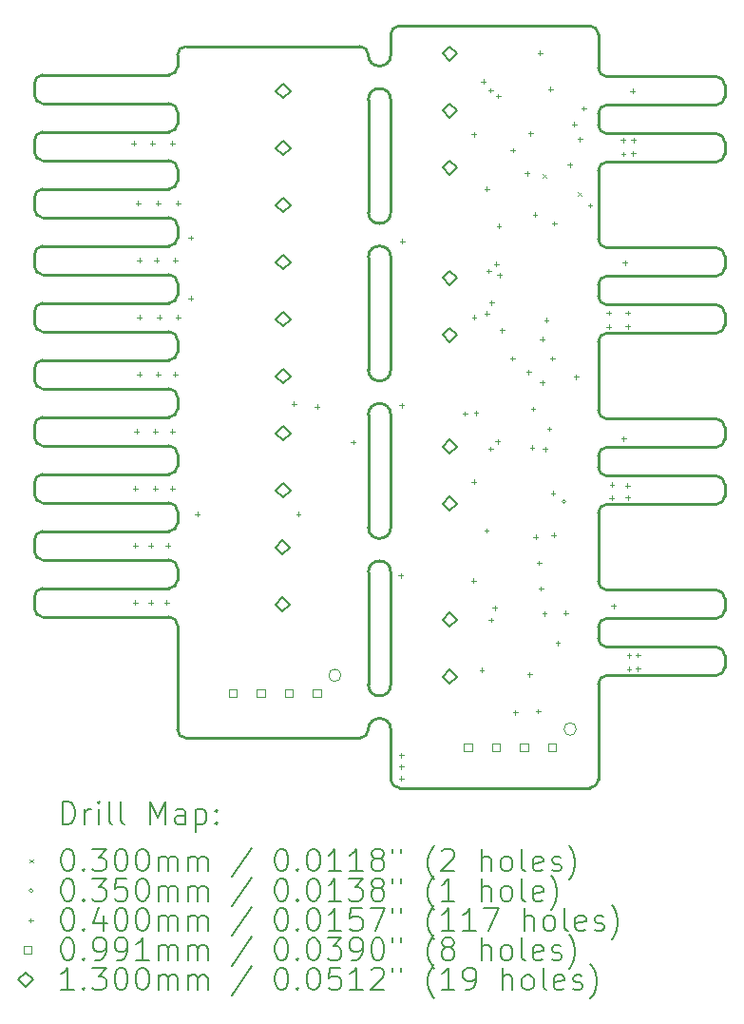
<source format=gbr>
%TF.GenerationSoftware,KiCad,Pcbnew,7.0.11*%
%TF.CreationDate,2025-07-03T12:22:18-04:00*%
%TF.ProjectId,14.1.6 - PMOS - PLC Connector Combined,31342e31-2e36-4202-9d20-504d4f53202d,rev?*%
%TF.SameCoordinates,Original*%
%TF.FileFunction,Drillmap*%
%TF.FilePolarity,Positive*%
%FSLAX45Y45*%
G04 Gerber Fmt 4.5, Leading zero omitted, Abs format (unit mm)*
G04 Created by KiCad (PCBNEW 7.0.11) date 2025-07-03 12:22:18*
%MOMM*%
%LPD*%
G01*
G04 APERTURE LIST*
%ADD10C,0.250000*%
%ADD11C,0.100000*%
%ADD12C,0.200000*%
%ADD13C,0.130000*%
G04 APERTURE END LIST*
D10*
X7124000Y-7599000D02*
X8249000Y-7599000D01*
X10024000Y-11518750D02*
X10024000Y-12520750D01*
X13198999Y-9212051D02*
G75*
G03*
X13124000Y-9137051I-74999J1D01*
G01*
X7049000Y-7778000D02*
X7049000Y-7674000D01*
X8249000Y-11917000D02*
X7124000Y-11917000D01*
X7124000Y-8615000D02*
X8249000Y-8615000D01*
X10224000Y-12520750D02*
X10224000Y-11518750D01*
X7049000Y-11334000D02*
X7049000Y-11230000D01*
X13124000Y-10915051D02*
X12149000Y-10915051D01*
X10024000Y-7312000D02*
X10024000Y-8314000D01*
X7049000Y-11334000D02*
G75*
G03*
X7124000Y-11409000I75000J0D01*
G01*
X13198999Y-12260051D02*
G75*
G03*
X13124000Y-12185051I-74999J1D01*
G01*
X7049000Y-8794000D02*
G75*
G03*
X7124000Y-8869000I75000J0D01*
G01*
X12073999Y-7030051D02*
G75*
G03*
X12149000Y-7105051I75001J1D01*
G01*
X8249000Y-7091000D02*
G75*
G03*
X8324000Y-7016000I0J75000D01*
G01*
X8249000Y-9377000D02*
X7124000Y-9377000D01*
X12074000Y-12006051D02*
X12074000Y-12110051D01*
X12074000Y-7942051D02*
X12074000Y-8554051D01*
X7049000Y-11842000D02*
G75*
G03*
X7124000Y-11917000I75000J0D01*
G01*
X13199000Y-12260051D02*
X13199000Y-12364051D01*
X7124000Y-8615000D02*
G75*
G03*
X7049000Y-8690000I0J-75000D01*
G01*
X7124000Y-11663000D02*
G75*
G03*
X7049000Y-11738000I0J-75000D01*
G01*
X10024000Y-6912000D02*
G75*
G03*
X10224000Y-6912000I100000J0D01*
G01*
X7049000Y-10826000D02*
G75*
G03*
X7124000Y-10901000I75000J0D01*
G01*
X8324000Y-8032000D02*
X8324000Y-7928000D01*
X12073999Y-7538051D02*
G75*
G03*
X12149000Y-7613051I75001J1D01*
G01*
X12073999Y-10586051D02*
G75*
G03*
X12149000Y-10661051I75001J1D01*
G01*
X12149000Y-7867050D02*
G75*
G03*
X12074000Y-7942051I0J-75000D01*
G01*
X8249000Y-10393000D02*
X7124000Y-10393000D01*
X12149000Y-11931050D02*
G75*
G03*
X12074000Y-12006051I0J-75000D01*
G01*
X12149000Y-8629051D02*
X13124000Y-8629051D01*
X13124000Y-7359051D02*
X12149000Y-7359051D01*
X13124000Y-9391051D02*
X12149000Y-9391051D01*
X8249000Y-7599000D02*
G75*
G03*
X8324000Y-7524000I0J75000D01*
G01*
X10024000Y-6912000D02*
G75*
G03*
X9949000Y-6837000I-75000J0D01*
G01*
X8249000Y-7345000D02*
X7124000Y-7345000D01*
X13198999Y-10736051D02*
G75*
G03*
X13124000Y-10661051I-74999J1D01*
G01*
X13199000Y-9212051D02*
X13199000Y-9316051D01*
X10024000Y-8714000D02*
X10024000Y-9716000D01*
X7049000Y-9810000D02*
G75*
G03*
X7124000Y-9885000I75000J0D01*
G01*
X13124000Y-10407051D02*
X12149000Y-10407051D01*
X7049000Y-7778000D02*
G75*
G03*
X7124000Y-7853000I75000J0D01*
G01*
X7049000Y-8794000D02*
X7049000Y-8690000D01*
X8324000Y-11080000D02*
X8324000Y-10976000D01*
X13198999Y-11752051D02*
G75*
G03*
X13124000Y-11677051I-74999J1D01*
G01*
X13124000Y-8883051D02*
X12149000Y-8883051D01*
X7124000Y-11155000D02*
G75*
G03*
X7049000Y-11230000I0J-75000D01*
G01*
X13199000Y-8704051D02*
X13199000Y-8808051D01*
X8324000Y-11484000D02*
G75*
G03*
X8249000Y-11409000I-75000J0D01*
G01*
X10224000Y-10116750D02*
G75*
G03*
X10024000Y-10116750I-100000J0D01*
G01*
X8249000Y-9123000D02*
G75*
G03*
X8324000Y-9048000I0J75000D01*
G01*
X13124000Y-9391050D02*
G75*
G03*
X13199000Y-9316051I0J75000D01*
G01*
X7124000Y-11663000D02*
X8249000Y-11663000D01*
X8249000Y-7853000D02*
X7124000Y-7853000D01*
X8249000Y-10901000D02*
X7124000Y-10901000D01*
X7049000Y-10318000D02*
X7049000Y-10214000D01*
X8324000Y-8944000D02*
G75*
G03*
X8249000Y-8869000I-75000J0D01*
G01*
X12149000Y-9391050D02*
G75*
G03*
X12074000Y-9466051I0J-75000D01*
G01*
X8324000Y-12920750D02*
G75*
G03*
X8399000Y-12995750I75000J0D01*
G01*
X8324000Y-7016000D02*
X8324000Y-6912000D01*
X7049000Y-8286000D02*
G75*
G03*
X7124000Y-8361000I75000J0D01*
G01*
X10224000Y-12920750D02*
G75*
G03*
X10024000Y-12920750I-100000J0D01*
G01*
X10224000Y-11118750D02*
X10224000Y-10116750D01*
X7124000Y-10647000D02*
G75*
G03*
X7049000Y-10722000I0J-75000D01*
G01*
X8249000Y-10647000D02*
G75*
G03*
X8324000Y-10572000I0J75000D01*
G01*
X13198999Y-10228051D02*
G75*
G03*
X13124000Y-10153051I-74999J1D01*
G01*
X10224000Y-9716000D02*
X10224000Y-8714000D01*
X12149000Y-10915050D02*
G75*
G03*
X12074000Y-10990051I0J-75000D01*
G01*
X8249000Y-8361000D02*
X7124000Y-8361000D01*
X8324000Y-10468000D02*
G75*
G03*
X8249000Y-10393000I-75000J0D01*
G01*
X8249000Y-8615000D02*
G75*
G03*
X8324000Y-8540000I0J75000D01*
G01*
X12149000Y-11677051D02*
X13124000Y-11677051D01*
X9949000Y-12995750D02*
X8399000Y-12995750D01*
X12073999Y-6730051D02*
G75*
G03*
X11999000Y-6655051I-74999J1D01*
G01*
X12073999Y-11602051D02*
G75*
G03*
X12149000Y-11677051I75001J1D01*
G01*
X13124000Y-7867050D02*
G75*
G03*
X13199000Y-7792051I0J75000D01*
G01*
X7124000Y-10139000D02*
X8249000Y-10139000D01*
X10224000Y-7312000D02*
G75*
G03*
X10024000Y-7312000I-100000J0D01*
G01*
X10299000Y-6655050D02*
G75*
G03*
X10224000Y-6730051I0J-75000D01*
G01*
X12074000Y-6730051D02*
X12074000Y-7030051D01*
X12073999Y-10078051D02*
G75*
G03*
X12149000Y-10153051I75001J1D01*
G01*
X7049000Y-8286000D02*
X7049000Y-8182000D01*
X13124000Y-11931051D02*
X12149000Y-11931051D01*
X7049000Y-10318000D02*
G75*
G03*
X7124000Y-10393000I75000J0D01*
G01*
X13199000Y-7688051D02*
X13199000Y-7792051D01*
X8324000Y-10976000D02*
G75*
G03*
X8249000Y-10901000I-75000J0D01*
G01*
X12074000Y-10482051D02*
X12074000Y-10586051D01*
X7124000Y-7599000D02*
G75*
G03*
X7049000Y-7674000I0J-75000D01*
G01*
X8249000Y-8107000D02*
G75*
G03*
X8324000Y-8032000I0J75000D01*
G01*
X8324000Y-10064000D02*
X8324000Y-9960000D01*
X12149000Y-7359050D02*
G75*
G03*
X12074000Y-7434051I0J-75000D01*
G01*
X10024000Y-10116750D02*
X10024000Y-11118750D01*
X8324000Y-8436000D02*
G75*
G03*
X8249000Y-8361000I-75000J0D01*
G01*
X7124000Y-11155000D02*
X8249000Y-11155000D01*
X7049000Y-7270000D02*
X7049000Y-7166000D01*
X8324000Y-11992000D02*
G75*
G03*
X8249000Y-11917000I-75000J0D01*
G01*
X12149000Y-10407050D02*
G75*
G03*
X12074000Y-10482051I0J-75000D01*
G01*
X12074000Y-9466051D02*
X12074000Y-10078051D01*
X8324000Y-11588000D02*
X8324000Y-11484000D01*
X13124000Y-11931050D02*
G75*
G03*
X13199000Y-11856051I0J75000D01*
G01*
X10024000Y-11118750D02*
G75*
G03*
X10224000Y-11118750I100000J0D01*
G01*
X7124000Y-10139000D02*
G75*
G03*
X7049000Y-10214000I0J-75000D01*
G01*
X8399000Y-6837000D02*
G75*
G03*
X8324000Y-6912000I0J-75000D01*
G01*
X7049000Y-10826000D02*
X7049000Y-10722000D01*
X13198999Y-7180051D02*
G75*
G03*
X13124000Y-7105051I-74999J1D01*
G01*
X12073999Y-9062051D02*
G75*
G03*
X12149000Y-9137051I75001J1D01*
G01*
X7124000Y-7091000D02*
G75*
G03*
X7049000Y-7166000I0J-75000D01*
G01*
X8324000Y-8540000D02*
X8324000Y-8436000D01*
X12073999Y-8554051D02*
G75*
G03*
X12149000Y-8629051I75001J1D01*
G01*
X7124000Y-9123000D02*
G75*
G03*
X7049000Y-9198000I0J-75000D01*
G01*
X12149000Y-8883050D02*
G75*
G03*
X12074000Y-8958051I0J-75000D01*
G01*
X7124000Y-9631000D02*
G75*
G03*
X7049000Y-9706000I0J-75000D01*
G01*
X7049000Y-9810000D02*
X7049000Y-9706000D01*
X7049000Y-9302000D02*
X7049000Y-9198000D01*
X8324000Y-7420000D02*
G75*
G03*
X8249000Y-7345000I-75000J0D01*
G01*
X8249000Y-11409000D02*
X7124000Y-11409000D01*
X7049000Y-9302000D02*
G75*
G03*
X7124000Y-9377000I75000J0D01*
G01*
X13124000Y-12439050D02*
G75*
G03*
X13199000Y-12364051I0J75000D01*
G01*
X12149000Y-12185051D02*
X13124000Y-12185051D01*
X7049000Y-7270000D02*
G75*
G03*
X7124000Y-7345000I75000J0D01*
G01*
X8324000Y-10572000D02*
X8324000Y-10468000D01*
X10224000Y-6912000D02*
X10224000Y-6730051D01*
X12073999Y-12110051D02*
G75*
G03*
X12149000Y-12185051I75001J1D01*
G01*
X7124000Y-9631000D02*
X8249000Y-9631000D01*
X7124000Y-8107000D02*
G75*
G03*
X7049000Y-8182000I0J-75000D01*
G01*
X12074000Y-8958051D02*
X12074000Y-9062051D01*
X8324000Y-9960000D02*
G75*
G03*
X8249000Y-9885000I-75000J0D01*
G01*
X8249000Y-9885000D02*
X7124000Y-9885000D01*
X10024000Y-8314000D02*
G75*
G03*
X10224000Y-8314000I100000J0D01*
G01*
X11999000Y-13439051D02*
X10299000Y-13439051D01*
X8249000Y-11663000D02*
G75*
G03*
X8324000Y-11588000I0J75000D01*
G01*
X7124000Y-8107000D02*
X8249000Y-8107000D01*
X7124000Y-7091000D02*
X8249000Y-7091000D01*
X8324000Y-7524000D02*
X8324000Y-7420000D01*
X10224000Y-13364051D02*
X10224000Y-12920750D01*
X11999000Y-13439050D02*
G75*
G03*
X12074000Y-13364051I0J75000D01*
G01*
X13124000Y-10407050D02*
G75*
G03*
X13199000Y-10332051I0J75000D01*
G01*
X10224000Y-8714000D02*
G75*
G03*
X10024000Y-8714000I-100000J0D01*
G01*
X8324000Y-9452000D02*
G75*
G03*
X8249000Y-9377000I-75000J0D01*
G01*
X10224000Y-11518750D02*
G75*
G03*
X10024000Y-11518750I-100000J0D01*
G01*
X10024000Y-12520750D02*
G75*
G03*
X10224000Y-12520750I100000J0D01*
G01*
X12074000Y-10990051D02*
X12074000Y-11602051D01*
X9949000Y-12995750D02*
G75*
G03*
X10024000Y-12920750I0J75000D01*
G01*
X12074000Y-7434051D02*
X12074000Y-7538051D01*
X13199000Y-7180051D02*
X13199000Y-7284051D01*
X12149000Y-10153051D02*
X13124000Y-10153051D01*
X10224000Y-8314000D02*
X10224000Y-7312000D01*
X8324000Y-12920750D02*
X8324000Y-11992000D01*
X8249000Y-9631000D02*
G75*
G03*
X8324000Y-9556000I0J75000D01*
G01*
X7049000Y-11842000D02*
X7049000Y-11738000D01*
X8324000Y-9048000D02*
X8324000Y-8944000D01*
X13199000Y-10736051D02*
X13199000Y-10840051D01*
X10223999Y-13364051D02*
G75*
G03*
X10299000Y-13439051I75001J1D01*
G01*
X12149000Y-7613051D02*
X13124000Y-7613051D01*
X13124000Y-12439051D02*
X12149000Y-12439051D01*
X13198999Y-8704051D02*
G75*
G03*
X13124000Y-8629051I-74999J1D01*
G01*
X8249000Y-10139000D02*
G75*
G03*
X8324000Y-10064000I0J75000D01*
G01*
X8324000Y-7928000D02*
G75*
G03*
X8249000Y-7853000I-75000J0D01*
G01*
X8399000Y-6837000D02*
X9949000Y-6837000D01*
X13124000Y-8883050D02*
G75*
G03*
X13199000Y-8808051I0J75000D01*
G01*
X7124000Y-10647000D02*
X8249000Y-10647000D01*
X13199000Y-10228051D02*
X13199000Y-10332051D01*
X13124000Y-7359050D02*
G75*
G03*
X13199000Y-7284051I0J75000D01*
G01*
X13124000Y-10915050D02*
G75*
G03*
X13199000Y-10840051I0J75000D01*
G01*
X12149000Y-12439050D02*
G75*
G03*
X12074000Y-12514051I0J-75000D01*
G01*
X13198999Y-7688051D02*
G75*
G03*
X13124000Y-7613051I-74999J1D01*
G01*
X8324000Y-9556000D02*
X8324000Y-9452000D01*
X12149000Y-9137051D02*
X13124000Y-9137051D01*
X10299000Y-6655051D02*
X11999000Y-6655051D01*
X13124000Y-7867051D02*
X12149000Y-7867051D01*
X8249000Y-11155000D02*
G75*
G03*
X8324000Y-11080000I0J75000D01*
G01*
X13199000Y-11752051D02*
X13199000Y-11856051D01*
X12149000Y-10661051D02*
X13124000Y-10661051D01*
X7124000Y-9123000D02*
X8249000Y-9123000D01*
X8249000Y-8869000D02*
X7124000Y-8869000D01*
X10024000Y-9716000D02*
G75*
G03*
X10224000Y-9716000I100000J0D01*
G01*
X12149000Y-7105051D02*
X13124000Y-7105051D01*
X12074000Y-12514051D02*
X12074000Y-13364051D01*
D11*
X9781000Y-12437000D02*
G75*
G03*
X9671000Y-12437000I-55000J0D01*
G01*
X9671000Y-12437000D02*
G75*
G03*
X9781000Y-12437000I55000J0D01*
G01*
X11877000Y-12916000D02*
G75*
G03*
X11767000Y-12916000I-55000J0D01*
G01*
X11767000Y-12916000D02*
G75*
G03*
X11877000Y-12916000I55000J0D01*
G01*
D12*
D11*
X11580000Y-7974000D02*
X11610000Y-8004000D01*
X11610000Y-7974000D02*
X11580000Y-8004000D01*
X11891012Y-8134762D02*
X11921012Y-8164762D01*
X11921012Y-8134762D02*
X11891012Y-8164762D01*
X11784319Y-10888806D02*
G75*
G03*
X11749319Y-10888806I-17500J0D01*
G01*
X11749319Y-10888806D02*
G75*
G03*
X11784319Y-10888806I17500J0D01*
G01*
X7934425Y-7678022D02*
X7934425Y-7718022D01*
X7914425Y-7698022D02*
X7954425Y-7698022D01*
X7947125Y-10751422D02*
X7947125Y-10791422D01*
X7927125Y-10771422D02*
X7967125Y-10771422D01*
X7947125Y-11259422D02*
X7947125Y-11299422D01*
X7927125Y-11279422D02*
X7967125Y-11279422D01*
X7947125Y-11767422D02*
X7947125Y-11807422D01*
X7927125Y-11787422D02*
X7967125Y-11787422D01*
X7959825Y-10243422D02*
X7959825Y-10283422D01*
X7939825Y-10263422D02*
X7979825Y-10263422D01*
X7972525Y-8211422D02*
X7972525Y-8251422D01*
X7952525Y-8231422D02*
X7992525Y-8231422D01*
X7985225Y-8719422D02*
X7985225Y-8759422D01*
X7965225Y-8739422D02*
X8005225Y-8739422D01*
X7985225Y-9227422D02*
X7985225Y-9267422D01*
X7965225Y-9247422D02*
X8005225Y-9247422D01*
X7985225Y-9735422D02*
X7985225Y-9775422D01*
X7965225Y-9755422D02*
X8005225Y-9755422D01*
X8086825Y-11259422D02*
X8086825Y-11299422D01*
X8066825Y-11279422D02*
X8106825Y-11279422D01*
X8086825Y-11767422D02*
X8086825Y-11807422D01*
X8066825Y-11787422D02*
X8106825Y-11787422D01*
X8099525Y-7678022D02*
X8099525Y-7718022D01*
X8079525Y-7698022D02*
X8119525Y-7698022D01*
X8124925Y-10243422D02*
X8124925Y-10283422D01*
X8104925Y-10263422D02*
X8144925Y-10263422D01*
X8124925Y-10751422D02*
X8124925Y-10791422D01*
X8104925Y-10771422D02*
X8144925Y-10771422D01*
X8137625Y-8719422D02*
X8137625Y-8759422D01*
X8117625Y-8739422D02*
X8157625Y-8739422D01*
X8150325Y-8211422D02*
X8150325Y-8251422D01*
X8130325Y-8231422D02*
X8170325Y-8231422D01*
X8150325Y-9735422D02*
X8150325Y-9775422D01*
X8130325Y-9755422D02*
X8170325Y-9755422D01*
X8163025Y-9227422D02*
X8163025Y-9267422D01*
X8143025Y-9247422D02*
X8183025Y-9247422D01*
X8226525Y-11767422D02*
X8226525Y-11807422D01*
X8206525Y-11787422D02*
X8246525Y-11787422D01*
X8239225Y-11259422D02*
X8239225Y-11299422D01*
X8219225Y-11279422D02*
X8259225Y-11279422D01*
X8277325Y-7678022D02*
X8277325Y-7718022D01*
X8257325Y-7698022D02*
X8297325Y-7698022D01*
X8277325Y-10243422D02*
X8277325Y-10283422D01*
X8257325Y-10263422D02*
X8297325Y-10263422D01*
X8277325Y-10751422D02*
X8277325Y-10791422D01*
X8257325Y-10771422D02*
X8297325Y-10771422D01*
X8302725Y-8719422D02*
X8302725Y-8759422D01*
X8282725Y-8739422D02*
X8322725Y-8739422D01*
X8302725Y-9735422D02*
X8302725Y-9775422D01*
X8282725Y-9755422D02*
X8322725Y-9755422D01*
X8328125Y-8211422D02*
X8328125Y-8251422D01*
X8308125Y-8231422D02*
X8348125Y-8231422D01*
X8328125Y-9227422D02*
X8328125Y-9267422D01*
X8308125Y-9247422D02*
X8348125Y-9247422D01*
X8440000Y-8520000D02*
X8440000Y-8560000D01*
X8420000Y-8540000D02*
X8460000Y-8540000D01*
X8440000Y-9060000D02*
X8440000Y-9100000D01*
X8420000Y-9080000D02*
X8460000Y-9080000D01*
X8500000Y-10980000D02*
X8500000Y-11020000D01*
X8480000Y-11000000D02*
X8520000Y-11000000D01*
X9360000Y-10000000D02*
X9360000Y-10040000D01*
X9340000Y-10020000D02*
X9380000Y-10020000D01*
X9400000Y-10980000D02*
X9400000Y-11020000D01*
X9380000Y-11000000D02*
X9420000Y-11000000D01*
X9567900Y-10024440D02*
X9567900Y-10064440D01*
X9547900Y-10044440D02*
X9587900Y-10044440D01*
X9890225Y-10340000D02*
X9890225Y-10380000D01*
X9870225Y-10360000D02*
X9910225Y-10360000D01*
X10313000Y-11529000D02*
X10313000Y-11569000D01*
X10293000Y-11549000D02*
X10333000Y-11549000D01*
X10318000Y-13128000D02*
X10318000Y-13168000D01*
X10298000Y-13148000D02*
X10338000Y-13148000D01*
X10318000Y-13230000D02*
X10318000Y-13270000D01*
X10298000Y-13250000D02*
X10338000Y-13250000D01*
X10319000Y-13334000D02*
X10319000Y-13374000D01*
X10299000Y-13354000D02*
X10339000Y-13354000D01*
X10320000Y-10012000D02*
X10320000Y-10052000D01*
X10300000Y-10032000D02*
X10340000Y-10032000D01*
X10327000Y-8552000D02*
X10327000Y-8592000D01*
X10307000Y-8572000D02*
X10347000Y-8572000D01*
X10884000Y-10086000D02*
X10884000Y-10126000D01*
X10864000Y-10106000D02*
X10904000Y-10106000D01*
X10961000Y-11575000D02*
X10961000Y-11615000D01*
X10941000Y-11595000D02*
X10981000Y-11595000D01*
X10963000Y-7601000D02*
X10963000Y-7641000D01*
X10943000Y-7621000D02*
X10983000Y-7621000D01*
X10965750Y-10694250D02*
X10965750Y-10734250D01*
X10945750Y-10714250D02*
X10985750Y-10714250D01*
X10968000Y-9230000D02*
X10968000Y-9270000D01*
X10948000Y-9250000D02*
X10988000Y-9250000D01*
X10983000Y-10082000D02*
X10983000Y-10122000D01*
X10963000Y-10102000D02*
X11003000Y-10102000D01*
X11034500Y-12371500D02*
X11034500Y-12411500D01*
X11014500Y-12391500D02*
X11054500Y-12391500D01*
X11049000Y-7128000D02*
X11049000Y-7168000D01*
X11029000Y-7148000D02*
X11069000Y-7148000D01*
X11076000Y-11127000D02*
X11076000Y-11167000D01*
X11056000Y-11147000D02*
X11096000Y-11147000D01*
X11079000Y-9194000D02*
X11079000Y-9234000D01*
X11059000Y-9214000D02*
X11099000Y-9214000D01*
X11079887Y-8084887D02*
X11079887Y-8124887D01*
X11059887Y-8104887D02*
X11099887Y-8104887D01*
X11096000Y-8817000D02*
X11096000Y-8857000D01*
X11076000Y-8837000D02*
X11116000Y-8837000D01*
X11112181Y-7207759D02*
X11112181Y-7247759D01*
X11092181Y-7227759D02*
X11132181Y-7227759D01*
X11115000Y-10400000D02*
X11115000Y-10440000D01*
X11095000Y-10420000D02*
X11135000Y-10420000D01*
X11116000Y-11924000D02*
X11116000Y-11964000D01*
X11096000Y-11944000D02*
X11136000Y-11944000D01*
X11121000Y-9100000D02*
X11121000Y-9140000D01*
X11101000Y-9120000D02*
X11141000Y-9120000D01*
X11150000Y-11818000D02*
X11150000Y-11858000D01*
X11130000Y-11838000D02*
X11170000Y-11838000D01*
X11164000Y-8755000D02*
X11164000Y-8795000D01*
X11144000Y-8775000D02*
X11184000Y-8775000D01*
X11176000Y-10336000D02*
X11176000Y-10376000D01*
X11156000Y-10356000D02*
X11196000Y-10356000D01*
X11180000Y-7259000D02*
X11180000Y-7299000D01*
X11160000Y-7279000D02*
X11200000Y-7279000D01*
X11187000Y-8417000D02*
X11187000Y-8457000D01*
X11167000Y-8437000D02*
X11207000Y-8437000D01*
X11193000Y-8853000D02*
X11193000Y-8893000D01*
X11173000Y-8873000D02*
X11213000Y-8873000D01*
X11216000Y-9345000D02*
X11216000Y-9385000D01*
X11196000Y-9365000D02*
X11236000Y-9365000D01*
X11307000Y-9596000D02*
X11307000Y-9636000D01*
X11287000Y-9616000D02*
X11327000Y-9616000D01*
X11311400Y-7742000D02*
X11311400Y-7782000D01*
X11291400Y-7762000D02*
X11331400Y-7762000D01*
X11334000Y-12747000D02*
X11334000Y-12787000D01*
X11314000Y-12767000D02*
X11354000Y-12767000D01*
X11439000Y-7946000D02*
X11439000Y-7986000D01*
X11419000Y-7966000D02*
X11459000Y-7966000D01*
X11451000Y-9718000D02*
X11451000Y-9758000D01*
X11431000Y-9738000D02*
X11471000Y-9738000D01*
X11462000Y-12408000D02*
X11462000Y-12448000D01*
X11442000Y-12428000D02*
X11482000Y-12428000D01*
X11470000Y-7592000D02*
X11470000Y-7632000D01*
X11450000Y-7612000D02*
X11490000Y-7612000D01*
X11483000Y-10390000D02*
X11483000Y-10430000D01*
X11463000Y-10410000D02*
X11503000Y-10410000D01*
X11491000Y-10043500D02*
X11491000Y-10083500D01*
X11471000Y-10063500D02*
X11511000Y-10063500D01*
X11509067Y-8313933D02*
X11509067Y-8353933D01*
X11489067Y-8333933D02*
X11529067Y-8333933D01*
X11515000Y-11184000D02*
X11515000Y-11224000D01*
X11495000Y-11204000D02*
X11535000Y-11204000D01*
X11536000Y-12736000D02*
X11536000Y-12776000D01*
X11516000Y-12756000D02*
X11556000Y-12756000D01*
X11544000Y-11416000D02*
X11544000Y-11456000D01*
X11524000Y-11436000D02*
X11564000Y-11436000D01*
X11555000Y-6874000D02*
X11555000Y-6914000D01*
X11535000Y-6894000D02*
X11575000Y-6894000D01*
X11561400Y-11645600D02*
X11561400Y-11685600D01*
X11541400Y-11665600D02*
X11581400Y-11665600D01*
X11573000Y-9424913D02*
X11573000Y-9464913D01*
X11553000Y-9444913D02*
X11593000Y-9444913D01*
X11575000Y-9811000D02*
X11575000Y-9851000D01*
X11555000Y-9831000D02*
X11595000Y-9831000D01*
X11593000Y-11867000D02*
X11593000Y-11907000D01*
X11573000Y-11887000D02*
X11613000Y-11887000D01*
X11600000Y-10404000D02*
X11600000Y-10444000D01*
X11580000Y-10424000D02*
X11620000Y-10424000D01*
X11610113Y-9254113D02*
X11610113Y-9294113D01*
X11590113Y-9274113D02*
X11630113Y-9274113D01*
X11636000Y-10222000D02*
X11636000Y-10262000D01*
X11616000Y-10242000D02*
X11656000Y-10242000D01*
X11648000Y-7198000D02*
X11648000Y-7238000D01*
X11628000Y-7218000D02*
X11668000Y-7218000D01*
X11663000Y-9596000D02*
X11663000Y-9636000D01*
X11643000Y-9616000D02*
X11683000Y-9616000D01*
X11670000Y-10796000D02*
X11670000Y-10836000D01*
X11650000Y-10816000D02*
X11690000Y-10816000D01*
X11676000Y-11169000D02*
X11676000Y-11209000D01*
X11656000Y-11189000D02*
X11696000Y-11189000D01*
X11681000Y-8393000D02*
X11681000Y-8433000D01*
X11661000Y-8413000D02*
X11701000Y-8413000D01*
X11711000Y-12131000D02*
X11711000Y-12171000D01*
X11691000Y-12151000D02*
X11731000Y-12151000D01*
X11783113Y-11860887D02*
X11783113Y-11900887D01*
X11763113Y-11880887D02*
X11803113Y-11880887D01*
X11820503Y-7870600D02*
X11820503Y-7910600D01*
X11800503Y-7890600D02*
X11840503Y-7890600D01*
X11858126Y-7508674D02*
X11858126Y-7548674D01*
X11838126Y-7528674D02*
X11878126Y-7528674D01*
X11876000Y-9758000D02*
X11876000Y-9798000D01*
X11856000Y-9778000D02*
X11896000Y-9778000D01*
X11908893Y-7642107D02*
X11908893Y-7682107D01*
X11888893Y-7662107D02*
X11928893Y-7662107D01*
X11942626Y-7370000D02*
X11942626Y-7410000D01*
X11922626Y-7390000D02*
X11962626Y-7390000D01*
X11999000Y-8232000D02*
X11999000Y-8272000D01*
X11979000Y-8252000D02*
X12019000Y-8252000D01*
X12168000Y-9190000D02*
X12168000Y-9230000D01*
X12148000Y-9210000D02*
X12188000Y-9210000D01*
X12168000Y-9315000D02*
X12168000Y-9355000D01*
X12148000Y-9335000D02*
X12188000Y-9335000D01*
X12193000Y-10838000D02*
X12193000Y-10878000D01*
X12173000Y-10858000D02*
X12213000Y-10858000D01*
X12195000Y-10719000D02*
X12195000Y-10759000D01*
X12175000Y-10739000D02*
X12215000Y-10739000D01*
X12208000Y-11801000D02*
X12208000Y-11841000D01*
X12188000Y-11821000D02*
X12228000Y-11821000D01*
X12293000Y-7650000D02*
X12293000Y-7690000D01*
X12273000Y-7670000D02*
X12313000Y-7670000D01*
X12296000Y-7776000D02*
X12296000Y-7816000D01*
X12276000Y-7796000D02*
X12316000Y-7796000D01*
X12298000Y-10309000D02*
X12298000Y-10349000D01*
X12278000Y-10329000D02*
X12318000Y-10329000D01*
X12312000Y-8744000D02*
X12312000Y-8784000D01*
X12292000Y-8764000D02*
X12332000Y-8764000D01*
X12333000Y-10729000D02*
X12333000Y-10769000D01*
X12313000Y-10749000D02*
X12353000Y-10749000D01*
X12335000Y-9190000D02*
X12335000Y-9230000D01*
X12315000Y-9210000D02*
X12355000Y-9210000D01*
X12335000Y-9311000D02*
X12335000Y-9351000D01*
X12315000Y-9331000D02*
X12355000Y-9331000D01*
X12335000Y-10835000D02*
X12335000Y-10875000D01*
X12315000Y-10855000D02*
X12355000Y-10855000D01*
X12346000Y-12362000D02*
X12346000Y-12402000D01*
X12326000Y-12382000D02*
X12366000Y-12382000D01*
X12347000Y-12241000D02*
X12347000Y-12281000D01*
X12327000Y-12261000D02*
X12367000Y-12261000D01*
X12378000Y-7214000D02*
X12378000Y-7254000D01*
X12358000Y-7234000D02*
X12398000Y-7234000D01*
X12385000Y-7769000D02*
X12385000Y-7809000D01*
X12365000Y-7789000D02*
X12405000Y-7789000D01*
X12388000Y-7650000D02*
X12388000Y-7690000D01*
X12368000Y-7670000D02*
X12408000Y-7670000D01*
X12425000Y-12360000D02*
X12425000Y-12400000D01*
X12405000Y-12380000D02*
X12445000Y-12380000D01*
X12426000Y-12237000D02*
X12426000Y-12277000D01*
X12406000Y-12257000D02*
X12446000Y-12257000D01*
X8851023Y-12632023D02*
X8851023Y-12561977D01*
X8780977Y-12561977D01*
X8780977Y-12632023D01*
X8851023Y-12632023D01*
X9101023Y-12632023D02*
X9101023Y-12561977D01*
X9030977Y-12561977D01*
X9030977Y-12632023D01*
X9101023Y-12632023D01*
X9351023Y-12632023D02*
X9351023Y-12561977D01*
X9280977Y-12561977D01*
X9280977Y-12632023D01*
X9351023Y-12632023D01*
X9601023Y-12632023D02*
X9601023Y-12561977D01*
X9530977Y-12561977D01*
X9530977Y-12632023D01*
X9601023Y-12632023D01*
X10947023Y-13111023D02*
X10947023Y-13040977D01*
X10876977Y-13040977D01*
X10876977Y-13111023D01*
X10947023Y-13111023D01*
X11197023Y-13111023D02*
X11197023Y-13040977D01*
X11126977Y-13040977D01*
X11126977Y-13111023D01*
X11197023Y-13111023D01*
X11447023Y-13111023D02*
X11447023Y-13040977D01*
X11376977Y-13040977D01*
X11376977Y-13111023D01*
X11447023Y-13111023D01*
X11697023Y-13111023D02*
X11697023Y-13040977D01*
X11626977Y-13040977D01*
X11626977Y-13111023D01*
X11697023Y-13111023D01*
D13*
X9260000Y-11363000D02*
X9325000Y-11298000D01*
X9260000Y-11233000D01*
X9195000Y-11298000D01*
X9260000Y-11363000D01*
X9260000Y-11871000D02*
X9325000Y-11806000D01*
X9260000Y-11741000D01*
X9195000Y-11806000D01*
X9260000Y-11871000D01*
X9264000Y-7299000D02*
X9329000Y-7234000D01*
X9264000Y-7169000D01*
X9199000Y-7234000D01*
X9264000Y-7299000D01*
X9264000Y-7807000D02*
X9329000Y-7742000D01*
X9264000Y-7677000D01*
X9199000Y-7742000D01*
X9264000Y-7807000D01*
X9264000Y-8315000D02*
X9329000Y-8250000D01*
X9264000Y-8185000D01*
X9199000Y-8250000D01*
X9264000Y-8315000D01*
X9264000Y-8823000D02*
X9329000Y-8758000D01*
X9264000Y-8693000D01*
X9199000Y-8758000D01*
X9264000Y-8823000D01*
X9264000Y-9331000D02*
X9329000Y-9266000D01*
X9264000Y-9201000D01*
X9199000Y-9266000D01*
X9264000Y-9331000D01*
X9264000Y-9839000D02*
X9329000Y-9774000D01*
X9264000Y-9709000D01*
X9199000Y-9774000D01*
X9264000Y-9839000D01*
X9264000Y-10347000D02*
X9329000Y-10282000D01*
X9264000Y-10217000D01*
X9199000Y-10282000D01*
X9264000Y-10347000D01*
X9264000Y-10855000D02*
X9329000Y-10790000D01*
X9264000Y-10725000D01*
X9199000Y-10790000D01*
X9264000Y-10855000D01*
X10750000Y-6965000D02*
X10815000Y-6900000D01*
X10750000Y-6835000D01*
X10685000Y-6900000D01*
X10750000Y-6965000D01*
X10750000Y-7473000D02*
X10815000Y-7408000D01*
X10750000Y-7343000D01*
X10685000Y-7408000D01*
X10750000Y-7473000D01*
X10750000Y-7981000D02*
X10815000Y-7916000D01*
X10750000Y-7851000D01*
X10685000Y-7916000D01*
X10750000Y-7981000D01*
X10750000Y-8965000D02*
X10815000Y-8900000D01*
X10750000Y-8835000D01*
X10685000Y-8900000D01*
X10750000Y-8965000D01*
X10750000Y-9473000D02*
X10815000Y-9408000D01*
X10750000Y-9343000D01*
X10685000Y-9408000D01*
X10750000Y-9473000D01*
X10750000Y-10465000D02*
X10815000Y-10400000D01*
X10750000Y-10335000D01*
X10685000Y-10400000D01*
X10750000Y-10465000D01*
X10750000Y-10973000D02*
X10815000Y-10908000D01*
X10750000Y-10843000D01*
X10685000Y-10908000D01*
X10750000Y-10973000D01*
X10750000Y-12005000D02*
X10815000Y-11940000D01*
X10750000Y-11875000D01*
X10685000Y-11940000D01*
X10750000Y-12005000D01*
X10750000Y-12513000D02*
X10815000Y-12448000D01*
X10750000Y-12383000D01*
X10685000Y-12448000D01*
X10750000Y-12513000D01*
D12*
X7297277Y-13763035D02*
X7297277Y-13563035D01*
X7297277Y-13563035D02*
X7344896Y-13563035D01*
X7344896Y-13563035D02*
X7373467Y-13572559D01*
X7373467Y-13572559D02*
X7392515Y-13591606D01*
X7392515Y-13591606D02*
X7402039Y-13610654D01*
X7402039Y-13610654D02*
X7411562Y-13648749D01*
X7411562Y-13648749D02*
X7411562Y-13677320D01*
X7411562Y-13677320D02*
X7402039Y-13715416D01*
X7402039Y-13715416D02*
X7392515Y-13734463D01*
X7392515Y-13734463D02*
X7373467Y-13753511D01*
X7373467Y-13753511D02*
X7344896Y-13763035D01*
X7344896Y-13763035D02*
X7297277Y-13763035D01*
X7497277Y-13763035D02*
X7497277Y-13629701D01*
X7497277Y-13667797D02*
X7506801Y-13648749D01*
X7506801Y-13648749D02*
X7516324Y-13639225D01*
X7516324Y-13639225D02*
X7535372Y-13629701D01*
X7535372Y-13629701D02*
X7554420Y-13629701D01*
X7621086Y-13763035D02*
X7621086Y-13629701D01*
X7621086Y-13563035D02*
X7611562Y-13572559D01*
X7611562Y-13572559D02*
X7621086Y-13582082D01*
X7621086Y-13582082D02*
X7630610Y-13572559D01*
X7630610Y-13572559D02*
X7621086Y-13563035D01*
X7621086Y-13563035D02*
X7621086Y-13582082D01*
X7744896Y-13763035D02*
X7725848Y-13753511D01*
X7725848Y-13753511D02*
X7716324Y-13734463D01*
X7716324Y-13734463D02*
X7716324Y-13563035D01*
X7849658Y-13763035D02*
X7830610Y-13753511D01*
X7830610Y-13753511D02*
X7821086Y-13734463D01*
X7821086Y-13734463D02*
X7821086Y-13563035D01*
X8078229Y-13763035D02*
X8078229Y-13563035D01*
X8078229Y-13563035D02*
X8144896Y-13705892D01*
X8144896Y-13705892D02*
X8211562Y-13563035D01*
X8211562Y-13563035D02*
X8211562Y-13763035D01*
X8392515Y-13763035D02*
X8392515Y-13658273D01*
X8392515Y-13658273D02*
X8382991Y-13639225D01*
X8382991Y-13639225D02*
X8363943Y-13629701D01*
X8363943Y-13629701D02*
X8325848Y-13629701D01*
X8325848Y-13629701D02*
X8306801Y-13639225D01*
X8392515Y-13753511D02*
X8373467Y-13763035D01*
X8373467Y-13763035D02*
X8325848Y-13763035D01*
X8325848Y-13763035D02*
X8306801Y-13753511D01*
X8306801Y-13753511D02*
X8297277Y-13734463D01*
X8297277Y-13734463D02*
X8297277Y-13715416D01*
X8297277Y-13715416D02*
X8306801Y-13696368D01*
X8306801Y-13696368D02*
X8325848Y-13686844D01*
X8325848Y-13686844D02*
X8373467Y-13686844D01*
X8373467Y-13686844D02*
X8392515Y-13677320D01*
X8487753Y-13629701D02*
X8487753Y-13829701D01*
X8487753Y-13639225D02*
X8506801Y-13629701D01*
X8506801Y-13629701D02*
X8544896Y-13629701D01*
X8544896Y-13629701D02*
X8563944Y-13639225D01*
X8563944Y-13639225D02*
X8573467Y-13648749D01*
X8573467Y-13648749D02*
X8582991Y-13667797D01*
X8582991Y-13667797D02*
X8582991Y-13724939D01*
X8582991Y-13724939D02*
X8573467Y-13743987D01*
X8573467Y-13743987D02*
X8563944Y-13753511D01*
X8563944Y-13753511D02*
X8544896Y-13763035D01*
X8544896Y-13763035D02*
X8506801Y-13763035D01*
X8506801Y-13763035D02*
X8487753Y-13753511D01*
X8668705Y-13743987D02*
X8678229Y-13753511D01*
X8678229Y-13753511D02*
X8668705Y-13763035D01*
X8668705Y-13763035D02*
X8659182Y-13753511D01*
X8659182Y-13753511D02*
X8668705Y-13743987D01*
X8668705Y-13743987D02*
X8668705Y-13763035D01*
X8668705Y-13639225D02*
X8678229Y-13648749D01*
X8678229Y-13648749D02*
X8668705Y-13658273D01*
X8668705Y-13658273D02*
X8659182Y-13648749D01*
X8659182Y-13648749D02*
X8668705Y-13639225D01*
X8668705Y-13639225D02*
X8668705Y-13658273D01*
D11*
X7006500Y-14076551D02*
X7036500Y-14106551D01*
X7036500Y-14076551D02*
X7006500Y-14106551D01*
D12*
X7335372Y-13983035D02*
X7354420Y-13983035D01*
X7354420Y-13983035D02*
X7373467Y-13992559D01*
X7373467Y-13992559D02*
X7382991Y-14002082D01*
X7382991Y-14002082D02*
X7392515Y-14021130D01*
X7392515Y-14021130D02*
X7402039Y-14059225D01*
X7402039Y-14059225D02*
X7402039Y-14106844D01*
X7402039Y-14106844D02*
X7392515Y-14144939D01*
X7392515Y-14144939D02*
X7382991Y-14163987D01*
X7382991Y-14163987D02*
X7373467Y-14173511D01*
X7373467Y-14173511D02*
X7354420Y-14183035D01*
X7354420Y-14183035D02*
X7335372Y-14183035D01*
X7335372Y-14183035D02*
X7316324Y-14173511D01*
X7316324Y-14173511D02*
X7306801Y-14163987D01*
X7306801Y-14163987D02*
X7297277Y-14144939D01*
X7297277Y-14144939D02*
X7287753Y-14106844D01*
X7287753Y-14106844D02*
X7287753Y-14059225D01*
X7287753Y-14059225D02*
X7297277Y-14021130D01*
X7297277Y-14021130D02*
X7306801Y-14002082D01*
X7306801Y-14002082D02*
X7316324Y-13992559D01*
X7316324Y-13992559D02*
X7335372Y-13983035D01*
X7487753Y-14163987D02*
X7497277Y-14173511D01*
X7497277Y-14173511D02*
X7487753Y-14183035D01*
X7487753Y-14183035D02*
X7478229Y-14173511D01*
X7478229Y-14173511D02*
X7487753Y-14163987D01*
X7487753Y-14163987D02*
X7487753Y-14183035D01*
X7563943Y-13983035D02*
X7687753Y-13983035D01*
X7687753Y-13983035D02*
X7621086Y-14059225D01*
X7621086Y-14059225D02*
X7649658Y-14059225D01*
X7649658Y-14059225D02*
X7668705Y-14068749D01*
X7668705Y-14068749D02*
X7678229Y-14078273D01*
X7678229Y-14078273D02*
X7687753Y-14097320D01*
X7687753Y-14097320D02*
X7687753Y-14144939D01*
X7687753Y-14144939D02*
X7678229Y-14163987D01*
X7678229Y-14163987D02*
X7668705Y-14173511D01*
X7668705Y-14173511D02*
X7649658Y-14183035D01*
X7649658Y-14183035D02*
X7592515Y-14183035D01*
X7592515Y-14183035D02*
X7573467Y-14173511D01*
X7573467Y-14173511D02*
X7563943Y-14163987D01*
X7811562Y-13983035D02*
X7830610Y-13983035D01*
X7830610Y-13983035D02*
X7849658Y-13992559D01*
X7849658Y-13992559D02*
X7859182Y-14002082D01*
X7859182Y-14002082D02*
X7868705Y-14021130D01*
X7868705Y-14021130D02*
X7878229Y-14059225D01*
X7878229Y-14059225D02*
X7878229Y-14106844D01*
X7878229Y-14106844D02*
X7868705Y-14144939D01*
X7868705Y-14144939D02*
X7859182Y-14163987D01*
X7859182Y-14163987D02*
X7849658Y-14173511D01*
X7849658Y-14173511D02*
X7830610Y-14183035D01*
X7830610Y-14183035D02*
X7811562Y-14183035D01*
X7811562Y-14183035D02*
X7792515Y-14173511D01*
X7792515Y-14173511D02*
X7782991Y-14163987D01*
X7782991Y-14163987D02*
X7773467Y-14144939D01*
X7773467Y-14144939D02*
X7763943Y-14106844D01*
X7763943Y-14106844D02*
X7763943Y-14059225D01*
X7763943Y-14059225D02*
X7773467Y-14021130D01*
X7773467Y-14021130D02*
X7782991Y-14002082D01*
X7782991Y-14002082D02*
X7792515Y-13992559D01*
X7792515Y-13992559D02*
X7811562Y-13983035D01*
X8002039Y-13983035D02*
X8021086Y-13983035D01*
X8021086Y-13983035D02*
X8040134Y-13992559D01*
X8040134Y-13992559D02*
X8049658Y-14002082D01*
X8049658Y-14002082D02*
X8059182Y-14021130D01*
X8059182Y-14021130D02*
X8068705Y-14059225D01*
X8068705Y-14059225D02*
X8068705Y-14106844D01*
X8068705Y-14106844D02*
X8059182Y-14144939D01*
X8059182Y-14144939D02*
X8049658Y-14163987D01*
X8049658Y-14163987D02*
X8040134Y-14173511D01*
X8040134Y-14173511D02*
X8021086Y-14183035D01*
X8021086Y-14183035D02*
X8002039Y-14183035D01*
X8002039Y-14183035D02*
X7982991Y-14173511D01*
X7982991Y-14173511D02*
X7973467Y-14163987D01*
X7973467Y-14163987D02*
X7963943Y-14144939D01*
X7963943Y-14144939D02*
X7954420Y-14106844D01*
X7954420Y-14106844D02*
X7954420Y-14059225D01*
X7954420Y-14059225D02*
X7963943Y-14021130D01*
X7963943Y-14021130D02*
X7973467Y-14002082D01*
X7973467Y-14002082D02*
X7982991Y-13992559D01*
X7982991Y-13992559D02*
X8002039Y-13983035D01*
X8154420Y-14183035D02*
X8154420Y-14049701D01*
X8154420Y-14068749D02*
X8163943Y-14059225D01*
X8163943Y-14059225D02*
X8182991Y-14049701D01*
X8182991Y-14049701D02*
X8211563Y-14049701D01*
X8211563Y-14049701D02*
X8230610Y-14059225D01*
X8230610Y-14059225D02*
X8240134Y-14078273D01*
X8240134Y-14078273D02*
X8240134Y-14183035D01*
X8240134Y-14078273D02*
X8249658Y-14059225D01*
X8249658Y-14059225D02*
X8268705Y-14049701D01*
X8268705Y-14049701D02*
X8297277Y-14049701D01*
X8297277Y-14049701D02*
X8316324Y-14059225D01*
X8316324Y-14059225D02*
X8325848Y-14078273D01*
X8325848Y-14078273D02*
X8325848Y-14183035D01*
X8421086Y-14183035D02*
X8421086Y-14049701D01*
X8421086Y-14068749D02*
X8430610Y-14059225D01*
X8430610Y-14059225D02*
X8449658Y-14049701D01*
X8449658Y-14049701D02*
X8478229Y-14049701D01*
X8478229Y-14049701D02*
X8497277Y-14059225D01*
X8497277Y-14059225D02*
X8506801Y-14078273D01*
X8506801Y-14078273D02*
X8506801Y-14183035D01*
X8506801Y-14078273D02*
X8516325Y-14059225D01*
X8516325Y-14059225D02*
X8535372Y-14049701D01*
X8535372Y-14049701D02*
X8563944Y-14049701D01*
X8563944Y-14049701D02*
X8582991Y-14059225D01*
X8582991Y-14059225D02*
X8592515Y-14078273D01*
X8592515Y-14078273D02*
X8592515Y-14183035D01*
X8982991Y-13973511D02*
X8811563Y-14230654D01*
X9240134Y-13983035D02*
X9259182Y-13983035D01*
X9259182Y-13983035D02*
X9278229Y-13992559D01*
X9278229Y-13992559D02*
X9287753Y-14002082D01*
X9287753Y-14002082D02*
X9297277Y-14021130D01*
X9297277Y-14021130D02*
X9306801Y-14059225D01*
X9306801Y-14059225D02*
X9306801Y-14106844D01*
X9306801Y-14106844D02*
X9297277Y-14144939D01*
X9297277Y-14144939D02*
X9287753Y-14163987D01*
X9287753Y-14163987D02*
X9278229Y-14173511D01*
X9278229Y-14173511D02*
X9259182Y-14183035D01*
X9259182Y-14183035D02*
X9240134Y-14183035D01*
X9240134Y-14183035D02*
X9221087Y-14173511D01*
X9221087Y-14173511D02*
X9211563Y-14163987D01*
X9211563Y-14163987D02*
X9202039Y-14144939D01*
X9202039Y-14144939D02*
X9192515Y-14106844D01*
X9192515Y-14106844D02*
X9192515Y-14059225D01*
X9192515Y-14059225D02*
X9202039Y-14021130D01*
X9202039Y-14021130D02*
X9211563Y-14002082D01*
X9211563Y-14002082D02*
X9221087Y-13992559D01*
X9221087Y-13992559D02*
X9240134Y-13983035D01*
X9392515Y-14163987D02*
X9402039Y-14173511D01*
X9402039Y-14173511D02*
X9392515Y-14183035D01*
X9392515Y-14183035D02*
X9382991Y-14173511D01*
X9382991Y-14173511D02*
X9392515Y-14163987D01*
X9392515Y-14163987D02*
X9392515Y-14183035D01*
X9525848Y-13983035D02*
X9544896Y-13983035D01*
X9544896Y-13983035D02*
X9563944Y-13992559D01*
X9563944Y-13992559D02*
X9573468Y-14002082D01*
X9573468Y-14002082D02*
X9582991Y-14021130D01*
X9582991Y-14021130D02*
X9592515Y-14059225D01*
X9592515Y-14059225D02*
X9592515Y-14106844D01*
X9592515Y-14106844D02*
X9582991Y-14144939D01*
X9582991Y-14144939D02*
X9573468Y-14163987D01*
X9573468Y-14163987D02*
X9563944Y-14173511D01*
X9563944Y-14173511D02*
X9544896Y-14183035D01*
X9544896Y-14183035D02*
X9525848Y-14183035D01*
X9525848Y-14183035D02*
X9506801Y-14173511D01*
X9506801Y-14173511D02*
X9497277Y-14163987D01*
X9497277Y-14163987D02*
X9487753Y-14144939D01*
X9487753Y-14144939D02*
X9478229Y-14106844D01*
X9478229Y-14106844D02*
X9478229Y-14059225D01*
X9478229Y-14059225D02*
X9487753Y-14021130D01*
X9487753Y-14021130D02*
X9497277Y-14002082D01*
X9497277Y-14002082D02*
X9506801Y-13992559D01*
X9506801Y-13992559D02*
X9525848Y-13983035D01*
X9782991Y-14183035D02*
X9668706Y-14183035D01*
X9725848Y-14183035D02*
X9725848Y-13983035D01*
X9725848Y-13983035D02*
X9706801Y-14011606D01*
X9706801Y-14011606D02*
X9687753Y-14030654D01*
X9687753Y-14030654D02*
X9668706Y-14040178D01*
X9973468Y-14183035D02*
X9859182Y-14183035D01*
X9916325Y-14183035D02*
X9916325Y-13983035D01*
X9916325Y-13983035D02*
X9897277Y-14011606D01*
X9897277Y-14011606D02*
X9878229Y-14030654D01*
X9878229Y-14030654D02*
X9859182Y-14040178D01*
X10087753Y-14068749D02*
X10068706Y-14059225D01*
X10068706Y-14059225D02*
X10059182Y-14049701D01*
X10059182Y-14049701D02*
X10049658Y-14030654D01*
X10049658Y-14030654D02*
X10049658Y-14021130D01*
X10049658Y-14021130D02*
X10059182Y-14002082D01*
X10059182Y-14002082D02*
X10068706Y-13992559D01*
X10068706Y-13992559D02*
X10087753Y-13983035D01*
X10087753Y-13983035D02*
X10125849Y-13983035D01*
X10125849Y-13983035D02*
X10144896Y-13992559D01*
X10144896Y-13992559D02*
X10154420Y-14002082D01*
X10154420Y-14002082D02*
X10163944Y-14021130D01*
X10163944Y-14021130D02*
X10163944Y-14030654D01*
X10163944Y-14030654D02*
X10154420Y-14049701D01*
X10154420Y-14049701D02*
X10144896Y-14059225D01*
X10144896Y-14059225D02*
X10125849Y-14068749D01*
X10125849Y-14068749D02*
X10087753Y-14068749D01*
X10087753Y-14068749D02*
X10068706Y-14078273D01*
X10068706Y-14078273D02*
X10059182Y-14087797D01*
X10059182Y-14087797D02*
X10049658Y-14106844D01*
X10049658Y-14106844D02*
X10049658Y-14144939D01*
X10049658Y-14144939D02*
X10059182Y-14163987D01*
X10059182Y-14163987D02*
X10068706Y-14173511D01*
X10068706Y-14173511D02*
X10087753Y-14183035D01*
X10087753Y-14183035D02*
X10125849Y-14183035D01*
X10125849Y-14183035D02*
X10144896Y-14173511D01*
X10144896Y-14173511D02*
X10154420Y-14163987D01*
X10154420Y-14163987D02*
X10163944Y-14144939D01*
X10163944Y-14144939D02*
X10163944Y-14106844D01*
X10163944Y-14106844D02*
X10154420Y-14087797D01*
X10154420Y-14087797D02*
X10144896Y-14078273D01*
X10144896Y-14078273D02*
X10125849Y-14068749D01*
X10240134Y-13983035D02*
X10240134Y-14021130D01*
X10316325Y-13983035D02*
X10316325Y-14021130D01*
X10611563Y-14259225D02*
X10602039Y-14249701D01*
X10602039Y-14249701D02*
X10582991Y-14221130D01*
X10582991Y-14221130D02*
X10573468Y-14202082D01*
X10573468Y-14202082D02*
X10563944Y-14173511D01*
X10563944Y-14173511D02*
X10554420Y-14125892D01*
X10554420Y-14125892D02*
X10554420Y-14087797D01*
X10554420Y-14087797D02*
X10563944Y-14040178D01*
X10563944Y-14040178D02*
X10573468Y-14011606D01*
X10573468Y-14011606D02*
X10582991Y-13992559D01*
X10582991Y-13992559D02*
X10602039Y-13963987D01*
X10602039Y-13963987D02*
X10611563Y-13954463D01*
X10678230Y-14002082D02*
X10687753Y-13992559D01*
X10687753Y-13992559D02*
X10706801Y-13983035D01*
X10706801Y-13983035D02*
X10754420Y-13983035D01*
X10754420Y-13983035D02*
X10773468Y-13992559D01*
X10773468Y-13992559D02*
X10782991Y-14002082D01*
X10782991Y-14002082D02*
X10792515Y-14021130D01*
X10792515Y-14021130D02*
X10792515Y-14040178D01*
X10792515Y-14040178D02*
X10782991Y-14068749D01*
X10782991Y-14068749D02*
X10668706Y-14183035D01*
X10668706Y-14183035D02*
X10792515Y-14183035D01*
X11030611Y-14183035D02*
X11030611Y-13983035D01*
X11116325Y-14183035D02*
X11116325Y-14078273D01*
X11116325Y-14078273D02*
X11106801Y-14059225D01*
X11106801Y-14059225D02*
X11087753Y-14049701D01*
X11087753Y-14049701D02*
X11059182Y-14049701D01*
X11059182Y-14049701D02*
X11040134Y-14059225D01*
X11040134Y-14059225D02*
X11030611Y-14068749D01*
X11240134Y-14183035D02*
X11221087Y-14173511D01*
X11221087Y-14173511D02*
X11211563Y-14163987D01*
X11211563Y-14163987D02*
X11202039Y-14144939D01*
X11202039Y-14144939D02*
X11202039Y-14087797D01*
X11202039Y-14087797D02*
X11211563Y-14068749D01*
X11211563Y-14068749D02*
X11221087Y-14059225D01*
X11221087Y-14059225D02*
X11240134Y-14049701D01*
X11240134Y-14049701D02*
X11268706Y-14049701D01*
X11268706Y-14049701D02*
X11287753Y-14059225D01*
X11287753Y-14059225D02*
X11297277Y-14068749D01*
X11297277Y-14068749D02*
X11306801Y-14087797D01*
X11306801Y-14087797D02*
X11306801Y-14144939D01*
X11306801Y-14144939D02*
X11297277Y-14163987D01*
X11297277Y-14163987D02*
X11287753Y-14173511D01*
X11287753Y-14173511D02*
X11268706Y-14183035D01*
X11268706Y-14183035D02*
X11240134Y-14183035D01*
X11421087Y-14183035D02*
X11402039Y-14173511D01*
X11402039Y-14173511D02*
X11392515Y-14154463D01*
X11392515Y-14154463D02*
X11392515Y-13983035D01*
X11573468Y-14173511D02*
X11554420Y-14183035D01*
X11554420Y-14183035D02*
X11516325Y-14183035D01*
X11516325Y-14183035D02*
X11497277Y-14173511D01*
X11497277Y-14173511D02*
X11487753Y-14154463D01*
X11487753Y-14154463D02*
X11487753Y-14078273D01*
X11487753Y-14078273D02*
X11497277Y-14059225D01*
X11497277Y-14059225D02*
X11516325Y-14049701D01*
X11516325Y-14049701D02*
X11554420Y-14049701D01*
X11554420Y-14049701D02*
X11573468Y-14059225D01*
X11573468Y-14059225D02*
X11582991Y-14078273D01*
X11582991Y-14078273D02*
X11582991Y-14097320D01*
X11582991Y-14097320D02*
X11487753Y-14116368D01*
X11659182Y-14173511D02*
X11678230Y-14183035D01*
X11678230Y-14183035D02*
X11716325Y-14183035D01*
X11716325Y-14183035D02*
X11735372Y-14173511D01*
X11735372Y-14173511D02*
X11744896Y-14154463D01*
X11744896Y-14154463D02*
X11744896Y-14144939D01*
X11744896Y-14144939D02*
X11735372Y-14125892D01*
X11735372Y-14125892D02*
X11716325Y-14116368D01*
X11716325Y-14116368D02*
X11687753Y-14116368D01*
X11687753Y-14116368D02*
X11668706Y-14106844D01*
X11668706Y-14106844D02*
X11659182Y-14087797D01*
X11659182Y-14087797D02*
X11659182Y-14078273D01*
X11659182Y-14078273D02*
X11668706Y-14059225D01*
X11668706Y-14059225D02*
X11687753Y-14049701D01*
X11687753Y-14049701D02*
X11716325Y-14049701D01*
X11716325Y-14049701D02*
X11735372Y-14059225D01*
X11811563Y-14259225D02*
X11821087Y-14249701D01*
X11821087Y-14249701D02*
X11840134Y-14221130D01*
X11840134Y-14221130D02*
X11849658Y-14202082D01*
X11849658Y-14202082D02*
X11859182Y-14173511D01*
X11859182Y-14173511D02*
X11868706Y-14125892D01*
X11868706Y-14125892D02*
X11868706Y-14087797D01*
X11868706Y-14087797D02*
X11859182Y-14040178D01*
X11859182Y-14040178D02*
X11849658Y-14011606D01*
X11849658Y-14011606D02*
X11840134Y-13992559D01*
X11840134Y-13992559D02*
X11821087Y-13963987D01*
X11821087Y-13963987D02*
X11811563Y-13954463D01*
D11*
X7036500Y-14355551D02*
G75*
G03*
X7001500Y-14355551I-17500J0D01*
G01*
X7001500Y-14355551D02*
G75*
G03*
X7036500Y-14355551I17500J0D01*
G01*
D12*
X7335372Y-14247035D02*
X7354420Y-14247035D01*
X7354420Y-14247035D02*
X7373467Y-14256559D01*
X7373467Y-14256559D02*
X7382991Y-14266082D01*
X7382991Y-14266082D02*
X7392515Y-14285130D01*
X7392515Y-14285130D02*
X7402039Y-14323225D01*
X7402039Y-14323225D02*
X7402039Y-14370844D01*
X7402039Y-14370844D02*
X7392515Y-14408939D01*
X7392515Y-14408939D02*
X7382991Y-14427987D01*
X7382991Y-14427987D02*
X7373467Y-14437511D01*
X7373467Y-14437511D02*
X7354420Y-14447035D01*
X7354420Y-14447035D02*
X7335372Y-14447035D01*
X7335372Y-14447035D02*
X7316324Y-14437511D01*
X7316324Y-14437511D02*
X7306801Y-14427987D01*
X7306801Y-14427987D02*
X7297277Y-14408939D01*
X7297277Y-14408939D02*
X7287753Y-14370844D01*
X7287753Y-14370844D02*
X7287753Y-14323225D01*
X7287753Y-14323225D02*
X7297277Y-14285130D01*
X7297277Y-14285130D02*
X7306801Y-14266082D01*
X7306801Y-14266082D02*
X7316324Y-14256559D01*
X7316324Y-14256559D02*
X7335372Y-14247035D01*
X7487753Y-14427987D02*
X7497277Y-14437511D01*
X7497277Y-14437511D02*
X7487753Y-14447035D01*
X7487753Y-14447035D02*
X7478229Y-14437511D01*
X7478229Y-14437511D02*
X7487753Y-14427987D01*
X7487753Y-14427987D02*
X7487753Y-14447035D01*
X7563943Y-14247035D02*
X7687753Y-14247035D01*
X7687753Y-14247035D02*
X7621086Y-14323225D01*
X7621086Y-14323225D02*
X7649658Y-14323225D01*
X7649658Y-14323225D02*
X7668705Y-14332749D01*
X7668705Y-14332749D02*
X7678229Y-14342273D01*
X7678229Y-14342273D02*
X7687753Y-14361320D01*
X7687753Y-14361320D02*
X7687753Y-14408939D01*
X7687753Y-14408939D02*
X7678229Y-14427987D01*
X7678229Y-14427987D02*
X7668705Y-14437511D01*
X7668705Y-14437511D02*
X7649658Y-14447035D01*
X7649658Y-14447035D02*
X7592515Y-14447035D01*
X7592515Y-14447035D02*
X7573467Y-14437511D01*
X7573467Y-14437511D02*
X7563943Y-14427987D01*
X7868705Y-14247035D02*
X7773467Y-14247035D01*
X7773467Y-14247035D02*
X7763943Y-14342273D01*
X7763943Y-14342273D02*
X7773467Y-14332749D01*
X7773467Y-14332749D02*
X7792515Y-14323225D01*
X7792515Y-14323225D02*
X7840134Y-14323225D01*
X7840134Y-14323225D02*
X7859182Y-14332749D01*
X7859182Y-14332749D02*
X7868705Y-14342273D01*
X7868705Y-14342273D02*
X7878229Y-14361320D01*
X7878229Y-14361320D02*
X7878229Y-14408939D01*
X7878229Y-14408939D02*
X7868705Y-14427987D01*
X7868705Y-14427987D02*
X7859182Y-14437511D01*
X7859182Y-14437511D02*
X7840134Y-14447035D01*
X7840134Y-14447035D02*
X7792515Y-14447035D01*
X7792515Y-14447035D02*
X7773467Y-14437511D01*
X7773467Y-14437511D02*
X7763943Y-14427987D01*
X8002039Y-14247035D02*
X8021086Y-14247035D01*
X8021086Y-14247035D02*
X8040134Y-14256559D01*
X8040134Y-14256559D02*
X8049658Y-14266082D01*
X8049658Y-14266082D02*
X8059182Y-14285130D01*
X8059182Y-14285130D02*
X8068705Y-14323225D01*
X8068705Y-14323225D02*
X8068705Y-14370844D01*
X8068705Y-14370844D02*
X8059182Y-14408939D01*
X8059182Y-14408939D02*
X8049658Y-14427987D01*
X8049658Y-14427987D02*
X8040134Y-14437511D01*
X8040134Y-14437511D02*
X8021086Y-14447035D01*
X8021086Y-14447035D02*
X8002039Y-14447035D01*
X8002039Y-14447035D02*
X7982991Y-14437511D01*
X7982991Y-14437511D02*
X7973467Y-14427987D01*
X7973467Y-14427987D02*
X7963943Y-14408939D01*
X7963943Y-14408939D02*
X7954420Y-14370844D01*
X7954420Y-14370844D02*
X7954420Y-14323225D01*
X7954420Y-14323225D02*
X7963943Y-14285130D01*
X7963943Y-14285130D02*
X7973467Y-14266082D01*
X7973467Y-14266082D02*
X7982991Y-14256559D01*
X7982991Y-14256559D02*
X8002039Y-14247035D01*
X8154420Y-14447035D02*
X8154420Y-14313701D01*
X8154420Y-14332749D02*
X8163943Y-14323225D01*
X8163943Y-14323225D02*
X8182991Y-14313701D01*
X8182991Y-14313701D02*
X8211563Y-14313701D01*
X8211563Y-14313701D02*
X8230610Y-14323225D01*
X8230610Y-14323225D02*
X8240134Y-14342273D01*
X8240134Y-14342273D02*
X8240134Y-14447035D01*
X8240134Y-14342273D02*
X8249658Y-14323225D01*
X8249658Y-14323225D02*
X8268705Y-14313701D01*
X8268705Y-14313701D02*
X8297277Y-14313701D01*
X8297277Y-14313701D02*
X8316324Y-14323225D01*
X8316324Y-14323225D02*
X8325848Y-14342273D01*
X8325848Y-14342273D02*
X8325848Y-14447035D01*
X8421086Y-14447035D02*
X8421086Y-14313701D01*
X8421086Y-14332749D02*
X8430610Y-14323225D01*
X8430610Y-14323225D02*
X8449658Y-14313701D01*
X8449658Y-14313701D02*
X8478229Y-14313701D01*
X8478229Y-14313701D02*
X8497277Y-14323225D01*
X8497277Y-14323225D02*
X8506801Y-14342273D01*
X8506801Y-14342273D02*
X8506801Y-14447035D01*
X8506801Y-14342273D02*
X8516325Y-14323225D01*
X8516325Y-14323225D02*
X8535372Y-14313701D01*
X8535372Y-14313701D02*
X8563944Y-14313701D01*
X8563944Y-14313701D02*
X8582991Y-14323225D01*
X8582991Y-14323225D02*
X8592515Y-14342273D01*
X8592515Y-14342273D02*
X8592515Y-14447035D01*
X8982991Y-14237511D02*
X8811563Y-14494654D01*
X9240134Y-14247035D02*
X9259182Y-14247035D01*
X9259182Y-14247035D02*
X9278229Y-14256559D01*
X9278229Y-14256559D02*
X9287753Y-14266082D01*
X9287753Y-14266082D02*
X9297277Y-14285130D01*
X9297277Y-14285130D02*
X9306801Y-14323225D01*
X9306801Y-14323225D02*
X9306801Y-14370844D01*
X9306801Y-14370844D02*
X9297277Y-14408939D01*
X9297277Y-14408939D02*
X9287753Y-14427987D01*
X9287753Y-14427987D02*
X9278229Y-14437511D01*
X9278229Y-14437511D02*
X9259182Y-14447035D01*
X9259182Y-14447035D02*
X9240134Y-14447035D01*
X9240134Y-14447035D02*
X9221087Y-14437511D01*
X9221087Y-14437511D02*
X9211563Y-14427987D01*
X9211563Y-14427987D02*
X9202039Y-14408939D01*
X9202039Y-14408939D02*
X9192515Y-14370844D01*
X9192515Y-14370844D02*
X9192515Y-14323225D01*
X9192515Y-14323225D02*
X9202039Y-14285130D01*
X9202039Y-14285130D02*
X9211563Y-14266082D01*
X9211563Y-14266082D02*
X9221087Y-14256559D01*
X9221087Y-14256559D02*
X9240134Y-14247035D01*
X9392515Y-14427987D02*
X9402039Y-14437511D01*
X9402039Y-14437511D02*
X9392515Y-14447035D01*
X9392515Y-14447035D02*
X9382991Y-14437511D01*
X9382991Y-14437511D02*
X9392515Y-14427987D01*
X9392515Y-14427987D02*
X9392515Y-14447035D01*
X9525848Y-14247035D02*
X9544896Y-14247035D01*
X9544896Y-14247035D02*
X9563944Y-14256559D01*
X9563944Y-14256559D02*
X9573468Y-14266082D01*
X9573468Y-14266082D02*
X9582991Y-14285130D01*
X9582991Y-14285130D02*
X9592515Y-14323225D01*
X9592515Y-14323225D02*
X9592515Y-14370844D01*
X9592515Y-14370844D02*
X9582991Y-14408939D01*
X9582991Y-14408939D02*
X9573468Y-14427987D01*
X9573468Y-14427987D02*
X9563944Y-14437511D01*
X9563944Y-14437511D02*
X9544896Y-14447035D01*
X9544896Y-14447035D02*
X9525848Y-14447035D01*
X9525848Y-14447035D02*
X9506801Y-14437511D01*
X9506801Y-14437511D02*
X9497277Y-14427987D01*
X9497277Y-14427987D02*
X9487753Y-14408939D01*
X9487753Y-14408939D02*
X9478229Y-14370844D01*
X9478229Y-14370844D02*
X9478229Y-14323225D01*
X9478229Y-14323225D02*
X9487753Y-14285130D01*
X9487753Y-14285130D02*
X9497277Y-14266082D01*
X9497277Y-14266082D02*
X9506801Y-14256559D01*
X9506801Y-14256559D02*
X9525848Y-14247035D01*
X9782991Y-14447035D02*
X9668706Y-14447035D01*
X9725848Y-14447035D02*
X9725848Y-14247035D01*
X9725848Y-14247035D02*
X9706801Y-14275606D01*
X9706801Y-14275606D02*
X9687753Y-14294654D01*
X9687753Y-14294654D02*
X9668706Y-14304178D01*
X9849658Y-14247035D02*
X9973468Y-14247035D01*
X9973468Y-14247035D02*
X9906801Y-14323225D01*
X9906801Y-14323225D02*
X9935372Y-14323225D01*
X9935372Y-14323225D02*
X9954420Y-14332749D01*
X9954420Y-14332749D02*
X9963944Y-14342273D01*
X9963944Y-14342273D02*
X9973468Y-14361320D01*
X9973468Y-14361320D02*
X9973468Y-14408939D01*
X9973468Y-14408939D02*
X9963944Y-14427987D01*
X9963944Y-14427987D02*
X9954420Y-14437511D01*
X9954420Y-14437511D02*
X9935372Y-14447035D01*
X9935372Y-14447035D02*
X9878229Y-14447035D01*
X9878229Y-14447035D02*
X9859182Y-14437511D01*
X9859182Y-14437511D02*
X9849658Y-14427987D01*
X10087753Y-14332749D02*
X10068706Y-14323225D01*
X10068706Y-14323225D02*
X10059182Y-14313701D01*
X10059182Y-14313701D02*
X10049658Y-14294654D01*
X10049658Y-14294654D02*
X10049658Y-14285130D01*
X10049658Y-14285130D02*
X10059182Y-14266082D01*
X10059182Y-14266082D02*
X10068706Y-14256559D01*
X10068706Y-14256559D02*
X10087753Y-14247035D01*
X10087753Y-14247035D02*
X10125849Y-14247035D01*
X10125849Y-14247035D02*
X10144896Y-14256559D01*
X10144896Y-14256559D02*
X10154420Y-14266082D01*
X10154420Y-14266082D02*
X10163944Y-14285130D01*
X10163944Y-14285130D02*
X10163944Y-14294654D01*
X10163944Y-14294654D02*
X10154420Y-14313701D01*
X10154420Y-14313701D02*
X10144896Y-14323225D01*
X10144896Y-14323225D02*
X10125849Y-14332749D01*
X10125849Y-14332749D02*
X10087753Y-14332749D01*
X10087753Y-14332749D02*
X10068706Y-14342273D01*
X10068706Y-14342273D02*
X10059182Y-14351797D01*
X10059182Y-14351797D02*
X10049658Y-14370844D01*
X10049658Y-14370844D02*
X10049658Y-14408939D01*
X10049658Y-14408939D02*
X10059182Y-14427987D01*
X10059182Y-14427987D02*
X10068706Y-14437511D01*
X10068706Y-14437511D02*
X10087753Y-14447035D01*
X10087753Y-14447035D02*
X10125849Y-14447035D01*
X10125849Y-14447035D02*
X10144896Y-14437511D01*
X10144896Y-14437511D02*
X10154420Y-14427987D01*
X10154420Y-14427987D02*
X10163944Y-14408939D01*
X10163944Y-14408939D02*
X10163944Y-14370844D01*
X10163944Y-14370844D02*
X10154420Y-14351797D01*
X10154420Y-14351797D02*
X10144896Y-14342273D01*
X10144896Y-14342273D02*
X10125849Y-14332749D01*
X10240134Y-14247035D02*
X10240134Y-14285130D01*
X10316325Y-14247035D02*
X10316325Y-14285130D01*
X10611563Y-14523225D02*
X10602039Y-14513701D01*
X10602039Y-14513701D02*
X10582991Y-14485130D01*
X10582991Y-14485130D02*
X10573468Y-14466082D01*
X10573468Y-14466082D02*
X10563944Y-14437511D01*
X10563944Y-14437511D02*
X10554420Y-14389892D01*
X10554420Y-14389892D02*
X10554420Y-14351797D01*
X10554420Y-14351797D02*
X10563944Y-14304178D01*
X10563944Y-14304178D02*
X10573468Y-14275606D01*
X10573468Y-14275606D02*
X10582991Y-14256559D01*
X10582991Y-14256559D02*
X10602039Y-14227987D01*
X10602039Y-14227987D02*
X10611563Y-14218463D01*
X10792515Y-14447035D02*
X10678230Y-14447035D01*
X10735372Y-14447035D02*
X10735372Y-14247035D01*
X10735372Y-14247035D02*
X10716325Y-14275606D01*
X10716325Y-14275606D02*
X10697277Y-14294654D01*
X10697277Y-14294654D02*
X10678230Y-14304178D01*
X11030611Y-14447035D02*
X11030611Y-14247035D01*
X11116325Y-14447035D02*
X11116325Y-14342273D01*
X11116325Y-14342273D02*
X11106801Y-14323225D01*
X11106801Y-14323225D02*
X11087753Y-14313701D01*
X11087753Y-14313701D02*
X11059182Y-14313701D01*
X11059182Y-14313701D02*
X11040134Y-14323225D01*
X11040134Y-14323225D02*
X11030611Y-14332749D01*
X11240134Y-14447035D02*
X11221087Y-14437511D01*
X11221087Y-14437511D02*
X11211563Y-14427987D01*
X11211563Y-14427987D02*
X11202039Y-14408939D01*
X11202039Y-14408939D02*
X11202039Y-14351797D01*
X11202039Y-14351797D02*
X11211563Y-14332749D01*
X11211563Y-14332749D02*
X11221087Y-14323225D01*
X11221087Y-14323225D02*
X11240134Y-14313701D01*
X11240134Y-14313701D02*
X11268706Y-14313701D01*
X11268706Y-14313701D02*
X11287753Y-14323225D01*
X11287753Y-14323225D02*
X11297277Y-14332749D01*
X11297277Y-14332749D02*
X11306801Y-14351797D01*
X11306801Y-14351797D02*
X11306801Y-14408939D01*
X11306801Y-14408939D02*
X11297277Y-14427987D01*
X11297277Y-14427987D02*
X11287753Y-14437511D01*
X11287753Y-14437511D02*
X11268706Y-14447035D01*
X11268706Y-14447035D02*
X11240134Y-14447035D01*
X11421087Y-14447035D02*
X11402039Y-14437511D01*
X11402039Y-14437511D02*
X11392515Y-14418463D01*
X11392515Y-14418463D02*
X11392515Y-14247035D01*
X11573468Y-14437511D02*
X11554420Y-14447035D01*
X11554420Y-14447035D02*
X11516325Y-14447035D01*
X11516325Y-14447035D02*
X11497277Y-14437511D01*
X11497277Y-14437511D02*
X11487753Y-14418463D01*
X11487753Y-14418463D02*
X11487753Y-14342273D01*
X11487753Y-14342273D02*
X11497277Y-14323225D01*
X11497277Y-14323225D02*
X11516325Y-14313701D01*
X11516325Y-14313701D02*
X11554420Y-14313701D01*
X11554420Y-14313701D02*
X11573468Y-14323225D01*
X11573468Y-14323225D02*
X11582991Y-14342273D01*
X11582991Y-14342273D02*
X11582991Y-14361320D01*
X11582991Y-14361320D02*
X11487753Y-14380368D01*
X11649658Y-14523225D02*
X11659182Y-14513701D01*
X11659182Y-14513701D02*
X11678230Y-14485130D01*
X11678230Y-14485130D02*
X11687753Y-14466082D01*
X11687753Y-14466082D02*
X11697277Y-14437511D01*
X11697277Y-14437511D02*
X11706801Y-14389892D01*
X11706801Y-14389892D02*
X11706801Y-14351797D01*
X11706801Y-14351797D02*
X11697277Y-14304178D01*
X11697277Y-14304178D02*
X11687753Y-14275606D01*
X11687753Y-14275606D02*
X11678230Y-14256559D01*
X11678230Y-14256559D02*
X11659182Y-14227987D01*
X11659182Y-14227987D02*
X11649658Y-14218463D01*
D11*
X7016500Y-14599551D02*
X7016500Y-14639551D01*
X6996500Y-14619551D02*
X7036500Y-14619551D01*
D12*
X7335372Y-14511035D02*
X7354420Y-14511035D01*
X7354420Y-14511035D02*
X7373467Y-14520559D01*
X7373467Y-14520559D02*
X7382991Y-14530082D01*
X7382991Y-14530082D02*
X7392515Y-14549130D01*
X7392515Y-14549130D02*
X7402039Y-14587225D01*
X7402039Y-14587225D02*
X7402039Y-14634844D01*
X7402039Y-14634844D02*
X7392515Y-14672939D01*
X7392515Y-14672939D02*
X7382991Y-14691987D01*
X7382991Y-14691987D02*
X7373467Y-14701511D01*
X7373467Y-14701511D02*
X7354420Y-14711035D01*
X7354420Y-14711035D02*
X7335372Y-14711035D01*
X7335372Y-14711035D02*
X7316324Y-14701511D01*
X7316324Y-14701511D02*
X7306801Y-14691987D01*
X7306801Y-14691987D02*
X7297277Y-14672939D01*
X7297277Y-14672939D02*
X7287753Y-14634844D01*
X7287753Y-14634844D02*
X7287753Y-14587225D01*
X7287753Y-14587225D02*
X7297277Y-14549130D01*
X7297277Y-14549130D02*
X7306801Y-14530082D01*
X7306801Y-14530082D02*
X7316324Y-14520559D01*
X7316324Y-14520559D02*
X7335372Y-14511035D01*
X7487753Y-14691987D02*
X7497277Y-14701511D01*
X7497277Y-14701511D02*
X7487753Y-14711035D01*
X7487753Y-14711035D02*
X7478229Y-14701511D01*
X7478229Y-14701511D02*
X7487753Y-14691987D01*
X7487753Y-14691987D02*
X7487753Y-14711035D01*
X7668705Y-14577701D02*
X7668705Y-14711035D01*
X7621086Y-14501511D02*
X7573467Y-14644368D01*
X7573467Y-14644368D02*
X7697277Y-14644368D01*
X7811562Y-14511035D02*
X7830610Y-14511035D01*
X7830610Y-14511035D02*
X7849658Y-14520559D01*
X7849658Y-14520559D02*
X7859182Y-14530082D01*
X7859182Y-14530082D02*
X7868705Y-14549130D01*
X7868705Y-14549130D02*
X7878229Y-14587225D01*
X7878229Y-14587225D02*
X7878229Y-14634844D01*
X7878229Y-14634844D02*
X7868705Y-14672939D01*
X7868705Y-14672939D02*
X7859182Y-14691987D01*
X7859182Y-14691987D02*
X7849658Y-14701511D01*
X7849658Y-14701511D02*
X7830610Y-14711035D01*
X7830610Y-14711035D02*
X7811562Y-14711035D01*
X7811562Y-14711035D02*
X7792515Y-14701511D01*
X7792515Y-14701511D02*
X7782991Y-14691987D01*
X7782991Y-14691987D02*
X7773467Y-14672939D01*
X7773467Y-14672939D02*
X7763943Y-14634844D01*
X7763943Y-14634844D02*
X7763943Y-14587225D01*
X7763943Y-14587225D02*
X7773467Y-14549130D01*
X7773467Y-14549130D02*
X7782991Y-14530082D01*
X7782991Y-14530082D02*
X7792515Y-14520559D01*
X7792515Y-14520559D02*
X7811562Y-14511035D01*
X8002039Y-14511035D02*
X8021086Y-14511035D01*
X8021086Y-14511035D02*
X8040134Y-14520559D01*
X8040134Y-14520559D02*
X8049658Y-14530082D01*
X8049658Y-14530082D02*
X8059182Y-14549130D01*
X8059182Y-14549130D02*
X8068705Y-14587225D01*
X8068705Y-14587225D02*
X8068705Y-14634844D01*
X8068705Y-14634844D02*
X8059182Y-14672939D01*
X8059182Y-14672939D02*
X8049658Y-14691987D01*
X8049658Y-14691987D02*
X8040134Y-14701511D01*
X8040134Y-14701511D02*
X8021086Y-14711035D01*
X8021086Y-14711035D02*
X8002039Y-14711035D01*
X8002039Y-14711035D02*
X7982991Y-14701511D01*
X7982991Y-14701511D02*
X7973467Y-14691987D01*
X7973467Y-14691987D02*
X7963943Y-14672939D01*
X7963943Y-14672939D02*
X7954420Y-14634844D01*
X7954420Y-14634844D02*
X7954420Y-14587225D01*
X7954420Y-14587225D02*
X7963943Y-14549130D01*
X7963943Y-14549130D02*
X7973467Y-14530082D01*
X7973467Y-14530082D02*
X7982991Y-14520559D01*
X7982991Y-14520559D02*
X8002039Y-14511035D01*
X8154420Y-14711035D02*
X8154420Y-14577701D01*
X8154420Y-14596749D02*
X8163943Y-14587225D01*
X8163943Y-14587225D02*
X8182991Y-14577701D01*
X8182991Y-14577701D02*
X8211563Y-14577701D01*
X8211563Y-14577701D02*
X8230610Y-14587225D01*
X8230610Y-14587225D02*
X8240134Y-14606273D01*
X8240134Y-14606273D02*
X8240134Y-14711035D01*
X8240134Y-14606273D02*
X8249658Y-14587225D01*
X8249658Y-14587225D02*
X8268705Y-14577701D01*
X8268705Y-14577701D02*
X8297277Y-14577701D01*
X8297277Y-14577701D02*
X8316324Y-14587225D01*
X8316324Y-14587225D02*
X8325848Y-14606273D01*
X8325848Y-14606273D02*
X8325848Y-14711035D01*
X8421086Y-14711035D02*
X8421086Y-14577701D01*
X8421086Y-14596749D02*
X8430610Y-14587225D01*
X8430610Y-14587225D02*
X8449658Y-14577701D01*
X8449658Y-14577701D02*
X8478229Y-14577701D01*
X8478229Y-14577701D02*
X8497277Y-14587225D01*
X8497277Y-14587225D02*
X8506801Y-14606273D01*
X8506801Y-14606273D02*
X8506801Y-14711035D01*
X8506801Y-14606273D02*
X8516325Y-14587225D01*
X8516325Y-14587225D02*
X8535372Y-14577701D01*
X8535372Y-14577701D02*
X8563944Y-14577701D01*
X8563944Y-14577701D02*
X8582991Y-14587225D01*
X8582991Y-14587225D02*
X8592515Y-14606273D01*
X8592515Y-14606273D02*
X8592515Y-14711035D01*
X8982991Y-14501511D02*
X8811563Y-14758654D01*
X9240134Y-14511035D02*
X9259182Y-14511035D01*
X9259182Y-14511035D02*
X9278229Y-14520559D01*
X9278229Y-14520559D02*
X9287753Y-14530082D01*
X9287753Y-14530082D02*
X9297277Y-14549130D01*
X9297277Y-14549130D02*
X9306801Y-14587225D01*
X9306801Y-14587225D02*
X9306801Y-14634844D01*
X9306801Y-14634844D02*
X9297277Y-14672939D01*
X9297277Y-14672939D02*
X9287753Y-14691987D01*
X9287753Y-14691987D02*
X9278229Y-14701511D01*
X9278229Y-14701511D02*
X9259182Y-14711035D01*
X9259182Y-14711035D02*
X9240134Y-14711035D01*
X9240134Y-14711035D02*
X9221087Y-14701511D01*
X9221087Y-14701511D02*
X9211563Y-14691987D01*
X9211563Y-14691987D02*
X9202039Y-14672939D01*
X9202039Y-14672939D02*
X9192515Y-14634844D01*
X9192515Y-14634844D02*
X9192515Y-14587225D01*
X9192515Y-14587225D02*
X9202039Y-14549130D01*
X9202039Y-14549130D02*
X9211563Y-14530082D01*
X9211563Y-14530082D02*
X9221087Y-14520559D01*
X9221087Y-14520559D02*
X9240134Y-14511035D01*
X9392515Y-14691987D02*
X9402039Y-14701511D01*
X9402039Y-14701511D02*
X9392515Y-14711035D01*
X9392515Y-14711035D02*
X9382991Y-14701511D01*
X9382991Y-14701511D02*
X9392515Y-14691987D01*
X9392515Y-14691987D02*
X9392515Y-14711035D01*
X9525848Y-14511035D02*
X9544896Y-14511035D01*
X9544896Y-14511035D02*
X9563944Y-14520559D01*
X9563944Y-14520559D02*
X9573468Y-14530082D01*
X9573468Y-14530082D02*
X9582991Y-14549130D01*
X9582991Y-14549130D02*
X9592515Y-14587225D01*
X9592515Y-14587225D02*
X9592515Y-14634844D01*
X9592515Y-14634844D02*
X9582991Y-14672939D01*
X9582991Y-14672939D02*
X9573468Y-14691987D01*
X9573468Y-14691987D02*
X9563944Y-14701511D01*
X9563944Y-14701511D02*
X9544896Y-14711035D01*
X9544896Y-14711035D02*
X9525848Y-14711035D01*
X9525848Y-14711035D02*
X9506801Y-14701511D01*
X9506801Y-14701511D02*
X9497277Y-14691987D01*
X9497277Y-14691987D02*
X9487753Y-14672939D01*
X9487753Y-14672939D02*
X9478229Y-14634844D01*
X9478229Y-14634844D02*
X9478229Y-14587225D01*
X9478229Y-14587225D02*
X9487753Y-14549130D01*
X9487753Y-14549130D02*
X9497277Y-14530082D01*
X9497277Y-14530082D02*
X9506801Y-14520559D01*
X9506801Y-14520559D02*
X9525848Y-14511035D01*
X9782991Y-14711035D02*
X9668706Y-14711035D01*
X9725848Y-14711035D02*
X9725848Y-14511035D01*
X9725848Y-14511035D02*
X9706801Y-14539606D01*
X9706801Y-14539606D02*
X9687753Y-14558654D01*
X9687753Y-14558654D02*
X9668706Y-14568178D01*
X9963944Y-14511035D02*
X9868706Y-14511035D01*
X9868706Y-14511035D02*
X9859182Y-14606273D01*
X9859182Y-14606273D02*
X9868706Y-14596749D01*
X9868706Y-14596749D02*
X9887753Y-14587225D01*
X9887753Y-14587225D02*
X9935372Y-14587225D01*
X9935372Y-14587225D02*
X9954420Y-14596749D01*
X9954420Y-14596749D02*
X9963944Y-14606273D01*
X9963944Y-14606273D02*
X9973468Y-14625320D01*
X9973468Y-14625320D02*
X9973468Y-14672939D01*
X9973468Y-14672939D02*
X9963944Y-14691987D01*
X9963944Y-14691987D02*
X9954420Y-14701511D01*
X9954420Y-14701511D02*
X9935372Y-14711035D01*
X9935372Y-14711035D02*
X9887753Y-14711035D01*
X9887753Y-14711035D02*
X9868706Y-14701511D01*
X9868706Y-14701511D02*
X9859182Y-14691987D01*
X10040134Y-14511035D02*
X10173468Y-14511035D01*
X10173468Y-14511035D02*
X10087753Y-14711035D01*
X10240134Y-14511035D02*
X10240134Y-14549130D01*
X10316325Y-14511035D02*
X10316325Y-14549130D01*
X10611563Y-14787225D02*
X10602039Y-14777701D01*
X10602039Y-14777701D02*
X10582991Y-14749130D01*
X10582991Y-14749130D02*
X10573468Y-14730082D01*
X10573468Y-14730082D02*
X10563944Y-14701511D01*
X10563944Y-14701511D02*
X10554420Y-14653892D01*
X10554420Y-14653892D02*
X10554420Y-14615797D01*
X10554420Y-14615797D02*
X10563944Y-14568178D01*
X10563944Y-14568178D02*
X10573468Y-14539606D01*
X10573468Y-14539606D02*
X10582991Y-14520559D01*
X10582991Y-14520559D02*
X10602039Y-14491987D01*
X10602039Y-14491987D02*
X10611563Y-14482463D01*
X10792515Y-14711035D02*
X10678230Y-14711035D01*
X10735372Y-14711035D02*
X10735372Y-14511035D01*
X10735372Y-14511035D02*
X10716325Y-14539606D01*
X10716325Y-14539606D02*
X10697277Y-14558654D01*
X10697277Y-14558654D02*
X10678230Y-14568178D01*
X10982991Y-14711035D02*
X10868706Y-14711035D01*
X10925849Y-14711035D02*
X10925849Y-14511035D01*
X10925849Y-14511035D02*
X10906801Y-14539606D01*
X10906801Y-14539606D02*
X10887753Y-14558654D01*
X10887753Y-14558654D02*
X10868706Y-14568178D01*
X11049658Y-14511035D02*
X11182991Y-14511035D01*
X11182991Y-14511035D02*
X11097277Y-14711035D01*
X11411563Y-14711035D02*
X11411563Y-14511035D01*
X11497277Y-14711035D02*
X11497277Y-14606273D01*
X11497277Y-14606273D02*
X11487753Y-14587225D01*
X11487753Y-14587225D02*
X11468706Y-14577701D01*
X11468706Y-14577701D02*
X11440134Y-14577701D01*
X11440134Y-14577701D02*
X11421087Y-14587225D01*
X11421087Y-14587225D02*
X11411563Y-14596749D01*
X11621087Y-14711035D02*
X11602039Y-14701511D01*
X11602039Y-14701511D02*
X11592515Y-14691987D01*
X11592515Y-14691987D02*
X11582991Y-14672939D01*
X11582991Y-14672939D02*
X11582991Y-14615797D01*
X11582991Y-14615797D02*
X11592515Y-14596749D01*
X11592515Y-14596749D02*
X11602039Y-14587225D01*
X11602039Y-14587225D02*
X11621087Y-14577701D01*
X11621087Y-14577701D02*
X11649658Y-14577701D01*
X11649658Y-14577701D02*
X11668706Y-14587225D01*
X11668706Y-14587225D02*
X11678230Y-14596749D01*
X11678230Y-14596749D02*
X11687753Y-14615797D01*
X11687753Y-14615797D02*
X11687753Y-14672939D01*
X11687753Y-14672939D02*
X11678230Y-14691987D01*
X11678230Y-14691987D02*
X11668706Y-14701511D01*
X11668706Y-14701511D02*
X11649658Y-14711035D01*
X11649658Y-14711035D02*
X11621087Y-14711035D01*
X11802039Y-14711035D02*
X11782991Y-14701511D01*
X11782991Y-14701511D02*
X11773468Y-14682463D01*
X11773468Y-14682463D02*
X11773468Y-14511035D01*
X11954420Y-14701511D02*
X11935372Y-14711035D01*
X11935372Y-14711035D02*
X11897277Y-14711035D01*
X11897277Y-14711035D02*
X11878230Y-14701511D01*
X11878230Y-14701511D02*
X11868706Y-14682463D01*
X11868706Y-14682463D02*
X11868706Y-14606273D01*
X11868706Y-14606273D02*
X11878230Y-14587225D01*
X11878230Y-14587225D02*
X11897277Y-14577701D01*
X11897277Y-14577701D02*
X11935372Y-14577701D01*
X11935372Y-14577701D02*
X11954420Y-14587225D01*
X11954420Y-14587225D02*
X11963944Y-14606273D01*
X11963944Y-14606273D02*
X11963944Y-14625320D01*
X11963944Y-14625320D02*
X11868706Y-14644368D01*
X12040134Y-14701511D02*
X12059182Y-14711035D01*
X12059182Y-14711035D02*
X12097277Y-14711035D01*
X12097277Y-14711035D02*
X12116325Y-14701511D01*
X12116325Y-14701511D02*
X12125849Y-14682463D01*
X12125849Y-14682463D02*
X12125849Y-14672939D01*
X12125849Y-14672939D02*
X12116325Y-14653892D01*
X12116325Y-14653892D02*
X12097277Y-14644368D01*
X12097277Y-14644368D02*
X12068706Y-14644368D01*
X12068706Y-14644368D02*
X12049658Y-14634844D01*
X12049658Y-14634844D02*
X12040134Y-14615797D01*
X12040134Y-14615797D02*
X12040134Y-14606273D01*
X12040134Y-14606273D02*
X12049658Y-14587225D01*
X12049658Y-14587225D02*
X12068706Y-14577701D01*
X12068706Y-14577701D02*
X12097277Y-14577701D01*
X12097277Y-14577701D02*
X12116325Y-14587225D01*
X12192515Y-14787225D02*
X12202039Y-14777701D01*
X12202039Y-14777701D02*
X12221087Y-14749130D01*
X12221087Y-14749130D02*
X12230611Y-14730082D01*
X12230611Y-14730082D02*
X12240134Y-14701511D01*
X12240134Y-14701511D02*
X12249658Y-14653892D01*
X12249658Y-14653892D02*
X12249658Y-14615797D01*
X12249658Y-14615797D02*
X12240134Y-14568178D01*
X12240134Y-14568178D02*
X12230611Y-14539606D01*
X12230611Y-14539606D02*
X12221087Y-14520559D01*
X12221087Y-14520559D02*
X12202039Y-14491987D01*
X12202039Y-14491987D02*
X12192515Y-14482463D01*
D11*
X7021993Y-14918574D02*
X7021993Y-14848528D01*
X6951947Y-14848528D01*
X6951947Y-14918574D01*
X7021993Y-14918574D01*
D12*
X7335372Y-14775035D02*
X7354420Y-14775035D01*
X7354420Y-14775035D02*
X7373467Y-14784559D01*
X7373467Y-14784559D02*
X7382991Y-14794082D01*
X7382991Y-14794082D02*
X7392515Y-14813130D01*
X7392515Y-14813130D02*
X7402039Y-14851225D01*
X7402039Y-14851225D02*
X7402039Y-14898844D01*
X7402039Y-14898844D02*
X7392515Y-14936939D01*
X7392515Y-14936939D02*
X7382991Y-14955987D01*
X7382991Y-14955987D02*
X7373467Y-14965511D01*
X7373467Y-14965511D02*
X7354420Y-14975035D01*
X7354420Y-14975035D02*
X7335372Y-14975035D01*
X7335372Y-14975035D02*
X7316324Y-14965511D01*
X7316324Y-14965511D02*
X7306801Y-14955987D01*
X7306801Y-14955987D02*
X7297277Y-14936939D01*
X7297277Y-14936939D02*
X7287753Y-14898844D01*
X7287753Y-14898844D02*
X7287753Y-14851225D01*
X7287753Y-14851225D02*
X7297277Y-14813130D01*
X7297277Y-14813130D02*
X7306801Y-14794082D01*
X7306801Y-14794082D02*
X7316324Y-14784559D01*
X7316324Y-14784559D02*
X7335372Y-14775035D01*
X7487753Y-14955987D02*
X7497277Y-14965511D01*
X7497277Y-14965511D02*
X7487753Y-14975035D01*
X7487753Y-14975035D02*
X7478229Y-14965511D01*
X7478229Y-14965511D02*
X7487753Y-14955987D01*
X7487753Y-14955987D02*
X7487753Y-14975035D01*
X7592515Y-14975035D02*
X7630610Y-14975035D01*
X7630610Y-14975035D02*
X7649658Y-14965511D01*
X7649658Y-14965511D02*
X7659182Y-14955987D01*
X7659182Y-14955987D02*
X7678229Y-14927416D01*
X7678229Y-14927416D02*
X7687753Y-14889320D01*
X7687753Y-14889320D02*
X7687753Y-14813130D01*
X7687753Y-14813130D02*
X7678229Y-14794082D01*
X7678229Y-14794082D02*
X7668705Y-14784559D01*
X7668705Y-14784559D02*
X7649658Y-14775035D01*
X7649658Y-14775035D02*
X7611562Y-14775035D01*
X7611562Y-14775035D02*
X7592515Y-14784559D01*
X7592515Y-14784559D02*
X7582991Y-14794082D01*
X7582991Y-14794082D02*
X7573467Y-14813130D01*
X7573467Y-14813130D02*
X7573467Y-14860749D01*
X7573467Y-14860749D02*
X7582991Y-14879797D01*
X7582991Y-14879797D02*
X7592515Y-14889320D01*
X7592515Y-14889320D02*
X7611562Y-14898844D01*
X7611562Y-14898844D02*
X7649658Y-14898844D01*
X7649658Y-14898844D02*
X7668705Y-14889320D01*
X7668705Y-14889320D02*
X7678229Y-14879797D01*
X7678229Y-14879797D02*
X7687753Y-14860749D01*
X7782991Y-14975035D02*
X7821086Y-14975035D01*
X7821086Y-14975035D02*
X7840134Y-14965511D01*
X7840134Y-14965511D02*
X7849658Y-14955987D01*
X7849658Y-14955987D02*
X7868705Y-14927416D01*
X7868705Y-14927416D02*
X7878229Y-14889320D01*
X7878229Y-14889320D02*
X7878229Y-14813130D01*
X7878229Y-14813130D02*
X7868705Y-14794082D01*
X7868705Y-14794082D02*
X7859182Y-14784559D01*
X7859182Y-14784559D02*
X7840134Y-14775035D01*
X7840134Y-14775035D02*
X7802039Y-14775035D01*
X7802039Y-14775035D02*
X7782991Y-14784559D01*
X7782991Y-14784559D02*
X7773467Y-14794082D01*
X7773467Y-14794082D02*
X7763943Y-14813130D01*
X7763943Y-14813130D02*
X7763943Y-14860749D01*
X7763943Y-14860749D02*
X7773467Y-14879797D01*
X7773467Y-14879797D02*
X7782991Y-14889320D01*
X7782991Y-14889320D02*
X7802039Y-14898844D01*
X7802039Y-14898844D02*
X7840134Y-14898844D01*
X7840134Y-14898844D02*
X7859182Y-14889320D01*
X7859182Y-14889320D02*
X7868705Y-14879797D01*
X7868705Y-14879797D02*
X7878229Y-14860749D01*
X8068705Y-14975035D02*
X7954420Y-14975035D01*
X8011562Y-14975035D02*
X8011562Y-14775035D01*
X8011562Y-14775035D02*
X7992515Y-14803606D01*
X7992515Y-14803606D02*
X7973467Y-14822654D01*
X7973467Y-14822654D02*
X7954420Y-14832178D01*
X8154420Y-14975035D02*
X8154420Y-14841701D01*
X8154420Y-14860749D02*
X8163943Y-14851225D01*
X8163943Y-14851225D02*
X8182991Y-14841701D01*
X8182991Y-14841701D02*
X8211563Y-14841701D01*
X8211563Y-14841701D02*
X8230610Y-14851225D01*
X8230610Y-14851225D02*
X8240134Y-14870273D01*
X8240134Y-14870273D02*
X8240134Y-14975035D01*
X8240134Y-14870273D02*
X8249658Y-14851225D01*
X8249658Y-14851225D02*
X8268705Y-14841701D01*
X8268705Y-14841701D02*
X8297277Y-14841701D01*
X8297277Y-14841701D02*
X8316324Y-14851225D01*
X8316324Y-14851225D02*
X8325848Y-14870273D01*
X8325848Y-14870273D02*
X8325848Y-14975035D01*
X8421086Y-14975035D02*
X8421086Y-14841701D01*
X8421086Y-14860749D02*
X8430610Y-14851225D01*
X8430610Y-14851225D02*
X8449658Y-14841701D01*
X8449658Y-14841701D02*
X8478229Y-14841701D01*
X8478229Y-14841701D02*
X8497277Y-14851225D01*
X8497277Y-14851225D02*
X8506801Y-14870273D01*
X8506801Y-14870273D02*
X8506801Y-14975035D01*
X8506801Y-14870273D02*
X8516325Y-14851225D01*
X8516325Y-14851225D02*
X8535372Y-14841701D01*
X8535372Y-14841701D02*
X8563944Y-14841701D01*
X8563944Y-14841701D02*
X8582991Y-14851225D01*
X8582991Y-14851225D02*
X8592515Y-14870273D01*
X8592515Y-14870273D02*
X8592515Y-14975035D01*
X8982991Y-14765511D02*
X8811563Y-15022654D01*
X9240134Y-14775035D02*
X9259182Y-14775035D01*
X9259182Y-14775035D02*
X9278229Y-14784559D01*
X9278229Y-14784559D02*
X9287753Y-14794082D01*
X9287753Y-14794082D02*
X9297277Y-14813130D01*
X9297277Y-14813130D02*
X9306801Y-14851225D01*
X9306801Y-14851225D02*
X9306801Y-14898844D01*
X9306801Y-14898844D02*
X9297277Y-14936939D01*
X9297277Y-14936939D02*
X9287753Y-14955987D01*
X9287753Y-14955987D02*
X9278229Y-14965511D01*
X9278229Y-14965511D02*
X9259182Y-14975035D01*
X9259182Y-14975035D02*
X9240134Y-14975035D01*
X9240134Y-14975035D02*
X9221087Y-14965511D01*
X9221087Y-14965511D02*
X9211563Y-14955987D01*
X9211563Y-14955987D02*
X9202039Y-14936939D01*
X9202039Y-14936939D02*
X9192515Y-14898844D01*
X9192515Y-14898844D02*
X9192515Y-14851225D01*
X9192515Y-14851225D02*
X9202039Y-14813130D01*
X9202039Y-14813130D02*
X9211563Y-14794082D01*
X9211563Y-14794082D02*
X9221087Y-14784559D01*
X9221087Y-14784559D02*
X9240134Y-14775035D01*
X9392515Y-14955987D02*
X9402039Y-14965511D01*
X9402039Y-14965511D02*
X9392515Y-14975035D01*
X9392515Y-14975035D02*
X9382991Y-14965511D01*
X9382991Y-14965511D02*
X9392515Y-14955987D01*
X9392515Y-14955987D02*
X9392515Y-14975035D01*
X9525848Y-14775035D02*
X9544896Y-14775035D01*
X9544896Y-14775035D02*
X9563944Y-14784559D01*
X9563944Y-14784559D02*
X9573468Y-14794082D01*
X9573468Y-14794082D02*
X9582991Y-14813130D01*
X9582991Y-14813130D02*
X9592515Y-14851225D01*
X9592515Y-14851225D02*
X9592515Y-14898844D01*
X9592515Y-14898844D02*
X9582991Y-14936939D01*
X9582991Y-14936939D02*
X9573468Y-14955987D01*
X9573468Y-14955987D02*
X9563944Y-14965511D01*
X9563944Y-14965511D02*
X9544896Y-14975035D01*
X9544896Y-14975035D02*
X9525848Y-14975035D01*
X9525848Y-14975035D02*
X9506801Y-14965511D01*
X9506801Y-14965511D02*
X9497277Y-14955987D01*
X9497277Y-14955987D02*
X9487753Y-14936939D01*
X9487753Y-14936939D02*
X9478229Y-14898844D01*
X9478229Y-14898844D02*
X9478229Y-14851225D01*
X9478229Y-14851225D02*
X9487753Y-14813130D01*
X9487753Y-14813130D02*
X9497277Y-14794082D01*
X9497277Y-14794082D02*
X9506801Y-14784559D01*
X9506801Y-14784559D02*
X9525848Y-14775035D01*
X9659182Y-14775035D02*
X9782991Y-14775035D01*
X9782991Y-14775035D02*
X9716325Y-14851225D01*
X9716325Y-14851225D02*
X9744896Y-14851225D01*
X9744896Y-14851225D02*
X9763944Y-14860749D01*
X9763944Y-14860749D02*
X9773468Y-14870273D01*
X9773468Y-14870273D02*
X9782991Y-14889320D01*
X9782991Y-14889320D02*
X9782991Y-14936939D01*
X9782991Y-14936939D02*
X9773468Y-14955987D01*
X9773468Y-14955987D02*
X9763944Y-14965511D01*
X9763944Y-14965511D02*
X9744896Y-14975035D01*
X9744896Y-14975035D02*
X9687753Y-14975035D01*
X9687753Y-14975035D02*
X9668706Y-14965511D01*
X9668706Y-14965511D02*
X9659182Y-14955987D01*
X9878229Y-14975035D02*
X9916325Y-14975035D01*
X9916325Y-14975035D02*
X9935372Y-14965511D01*
X9935372Y-14965511D02*
X9944896Y-14955987D01*
X9944896Y-14955987D02*
X9963944Y-14927416D01*
X9963944Y-14927416D02*
X9973468Y-14889320D01*
X9973468Y-14889320D02*
X9973468Y-14813130D01*
X9973468Y-14813130D02*
X9963944Y-14794082D01*
X9963944Y-14794082D02*
X9954420Y-14784559D01*
X9954420Y-14784559D02*
X9935372Y-14775035D01*
X9935372Y-14775035D02*
X9897277Y-14775035D01*
X9897277Y-14775035D02*
X9878229Y-14784559D01*
X9878229Y-14784559D02*
X9868706Y-14794082D01*
X9868706Y-14794082D02*
X9859182Y-14813130D01*
X9859182Y-14813130D02*
X9859182Y-14860749D01*
X9859182Y-14860749D02*
X9868706Y-14879797D01*
X9868706Y-14879797D02*
X9878229Y-14889320D01*
X9878229Y-14889320D02*
X9897277Y-14898844D01*
X9897277Y-14898844D02*
X9935372Y-14898844D01*
X9935372Y-14898844D02*
X9954420Y-14889320D01*
X9954420Y-14889320D02*
X9963944Y-14879797D01*
X9963944Y-14879797D02*
X9973468Y-14860749D01*
X10097277Y-14775035D02*
X10116325Y-14775035D01*
X10116325Y-14775035D02*
X10135372Y-14784559D01*
X10135372Y-14784559D02*
X10144896Y-14794082D01*
X10144896Y-14794082D02*
X10154420Y-14813130D01*
X10154420Y-14813130D02*
X10163944Y-14851225D01*
X10163944Y-14851225D02*
X10163944Y-14898844D01*
X10163944Y-14898844D02*
X10154420Y-14936939D01*
X10154420Y-14936939D02*
X10144896Y-14955987D01*
X10144896Y-14955987D02*
X10135372Y-14965511D01*
X10135372Y-14965511D02*
X10116325Y-14975035D01*
X10116325Y-14975035D02*
X10097277Y-14975035D01*
X10097277Y-14975035D02*
X10078229Y-14965511D01*
X10078229Y-14965511D02*
X10068706Y-14955987D01*
X10068706Y-14955987D02*
X10059182Y-14936939D01*
X10059182Y-14936939D02*
X10049658Y-14898844D01*
X10049658Y-14898844D02*
X10049658Y-14851225D01*
X10049658Y-14851225D02*
X10059182Y-14813130D01*
X10059182Y-14813130D02*
X10068706Y-14794082D01*
X10068706Y-14794082D02*
X10078229Y-14784559D01*
X10078229Y-14784559D02*
X10097277Y-14775035D01*
X10240134Y-14775035D02*
X10240134Y-14813130D01*
X10316325Y-14775035D02*
X10316325Y-14813130D01*
X10611563Y-15051225D02*
X10602039Y-15041701D01*
X10602039Y-15041701D02*
X10582991Y-15013130D01*
X10582991Y-15013130D02*
X10573468Y-14994082D01*
X10573468Y-14994082D02*
X10563944Y-14965511D01*
X10563944Y-14965511D02*
X10554420Y-14917892D01*
X10554420Y-14917892D02*
X10554420Y-14879797D01*
X10554420Y-14879797D02*
X10563944Y-14832178D01*
X10563944Y-14832178D02*
X10573468Y-14803606D01*
X10573468Y-14803606D02*
X10582991Y-14784559D01*
X10582991Y-14784559D02*
X10602039Y-14755987D01*
X10602039Y-14755987D02*
X10611563Y-14746463D01*
X10716325Y-14860749D02*
X10697277Y-14851225D01*
X10697277Y-14851225D02*
X10687753Y-14841701D01*
X10687753Y-14841701D02*
X10678230Y-14822654D01*
X10678230Y-14822654D02*
X10678230Y-14813130D01*
X10678230Y-14813130D02*
X10687753Y-14794082D01*
X10687753Y-14794082D02*
X10697277Y-14784559D01*
X10697277Y-14784559D02*
X10716325Y-14775035D01*
X10716325Y-14775035D02*
X10754420Y-14775035D01*
X10754420Y-14775035D02*
X10773468Y-14784559D01*
X10773468Y-14784559D02*
X10782991Y-14794082D01*
X10782991Y-14794082D02*
X10792515Y-14813130D01*
X10792515Y-14813130D02*
X10792515Y-14822654D01*
X10792515Y-14822654D02*
X10782991Y-14841701D01*
X10782991Y-14841701D02*
X10773468Y-14851225D01*
X10773468Y-14851225D02*
X10754420Y-14860749D01*
X10754420Y-14860749D02*
X10716325Y-14860749D01*
X10716325Y-14860749D02*
X10697277Y-14870273D01*
X10697277Y-14870273D02*
X10687753Y-14879797D01*
X10687753Y-14879797D02*
X10678230Y-14898844D01*
X10678230Y-14898844D02*
X10678230Y-14936939D01*
X10678230Y-14936939D02*
X10687753Y-14955987D01*
X10687753Y-14955987D02*
X10697277Y-14965511D01*
X10697277Y-14965511D02*
X10716325Y-14975035D01*
X10716325Y-14975035D02*
X10754420Y-14975035D01*
X10754420Y-14975035D02*
X10773468Y-14965511D01*
X10773468Y-14965511D02*
X10782991Y-14955987D01*
X10782991Y-14955987D02*
X10792515Y-14936939D01*
X10792515Y-14936939D02*
X10792515Y-14898844D01*
X10792515Y-14898844D02*
X10782991Y-14879797D01*
X10782991Y-14879797D02*
X10773468Y-14870273D01*
X10773468Y-14870273D02*
X10754420Y-14860749D01*
X11030611Y-14975035D02*
X11030611Y-14775035D01*
X11116325Y-14975035D02*
X11116325Y-14870273D01*
X11116325Y-14870273D02*
X11106801Y-14851225D01*
X11106801Y-14851225D02*
X11087753Y-14841701D01*
X11087753Y-14841701D02*
X11059182Y-14841701D01*
X11059182Y-14841701D02*
X11040134Y-14851225D01*
X11040134Y-14851225D02*
X11030611Y-14860749D01*
X11240134Y-14975035D02*
X11221087Y-14965511D01*
X11221087Y-14965511D02*
X11211563Y-14955987D01*
X11211563Y-14955987D02*
X11202039Y-14936939D01*
X11202039Y-14936939D02*
X11202039Y-14879797D01*
X11202039Y-14879797D02*
X11211563Y-14860749D01*
X11211563Y-14860749D02*
X11221087Y-14851225D01*
X11221087Y-14851225D02*
X11240134Y-14841701D01*
X11240134Y-14841701D02*
X11268706Y-14841701D01*
X11268706Y-14841701D02*
X11287753Y-14851225D01*
X11287753Y-14851225D02*
X11297277Y-14860749D01*
X11297277Y-14860749D02*
X11306801Y-14879797D01*
X11306801Y-14879797D02*
X11306801Y-14936939D01*
X11306801Y-14936939D02*
X11297277Y-14955987D01*
X11297277Y-14955987D02*
X11287753Y-14965511D01*
X11287753Y-14965511D02*
X11268706Y-14975035D01*
X11268706Y-14975035D02*
X11240134Y-14975035D01*
X11421087Y-14975035D02*
X11402039Y-14965511D01*
X11402039Y-14965511D02*
X11392515Y-14946463D01*
X11392515Y-14946463D02*
X11392515Y-14775035D01*
X11573468Y-14965511D02*
X11554420Y-14975035D01*
X11554420Y-14975035D02*
X11516325Y-14975035D01*
X11516325Y-14975035D02*
X11497277Y-14965511D01*
X11497277Y-14965511D02*
X11487753Y-14946463D01*
X11487753Y-14946463D02*
X11487753Y-14870273D01*
X11487753Y-14870273D02*
X11497277Y-14851225D01*
X11497277Y-14851225D02*
X11516325Y-14841701D01*
X11516325Y-14841701D02*
X11554420Y-14841701D01*
X11554420Y-14841701D02*
X11573468Y-14851225D01*
X11573468Y-14851225D02*
X11582991Y-14870273D01*
X11582991Y-14870273D02*
X11582991Y-14889320D01*
X11582991Y-14889320D02*
X11487753Y-14908368D01*
X11659182Y-14965511D02*
X11678230Y-14975035D01*
X11678230Y-14975035D02*
X11716325Y-14975035D01*
X11716325Y-14975035D02*
X11735372Y-14965511D01*
X11735372Y-14965511D02*
X11744896Y-14946463D01*
X11744896Y-14946463D02*
X11744896Y-14936939D01*
X11744896Y-14936939D02*
X11735372Y-14917892D01*
X11735372Y-14917892D02*
X11716325Y-14908368D01*
X11716325Y-14908368D02*
X11687753Y-14908368D01*
X11687753Y-14908368D02*
X11668706Y-14898844D01*
X11668706Y-14898844D02*
X11659182Y-14879797D01*
X11659182Y-14879797D02*
X11659182Y-14870273D01*
X11659182Y-14870273D02*
X11668706Y-14851225D01*
X11668706Y-14851225D02*
X11687753Y-14841701D01*
X11687753Y-14841701D02*
X11716325Y-14841701D01*
X11716325Y-14841701D02*
X11735372Y-14851225D01*
X11811563Y-15051225D02*
X11821087Y-15041701D01*
X11821087Y-15041701D02*
X11840134Y-15013130D01*
X11840134Y-15013130D02*
X11849658Y-14994082D01*
X11849658Y-14994082D02*
X11859182Y-14965511D01*
X11859182Y-14965511D02*
X11868706Y-14917892D01*
X11868706Y-14917892D02*
X11868706Y-14879797D01*
X11868706Y-14879797D02*
X11859182Y-14832178D01*
X11859182Y-14832178D02*
X11849658Y-14803606D01*
X11849658Y-14803606D02*
X11840134Y-14784559D01*
X11840134Y-14784559D02*
X11821087Y-14755987D01*
X11821087Y-14755987D02*
X11811563Y-14746463D01*
D13*
X6971500Y-15212551D02*
X7036500Y-15147551D01*
X6971500Y-15082551D01*
X6906500Y-15147551D01*
X6971500Y-15212551D01*
D12*
X7402039Y-15239035D02*
X7287753Y-15239035D01*
X7344896Y-15239035D02*
X7344896Y-15039035D01*
X7344896Y-15039035D02*
X7325848Y-15067606D01*
X7325848Y-15067606D02*
X7306801Y-15086654D01*
X7306801Y-15086654D02*
X7287753Y-15096178D01*
X7487753Y-15219987D02*
X7497277Y-15229511D01*
X7497277Y-15229511D02*
X7487753Y-15239035D01*
X7487753Y-15239035D02*
X7478229Y-15229511D01*
X7478229Y-15229511D02*
X7487753Y-15219987D01*
X7487753Y-15219987D02*
X7487753Y-15239035D01*
X7563943Y-15039035D02*
X7687753Y-15039035D01*
X7687753Y-15039035D02*
X7621086Y-15115225D01*
X7621086Y-15115225D02*
X7649658Y-15115225D01*
X7649658Y-15115225D02*
X7668705Y-15124749D01*
X7668705Y-15124749D02*
X7678229Y-15134273D01*
X7678229Y-15134273D02*
X7687753Y-15153320D01*
X7687753Y-15153320D02*
X7687753Y-15200939D01*
X7687753Y-15200939D02*
X7678229Y-15219987D01*
X7678229Y-15219987D02*
X7668705Y-15229511D01*
X7668705Y-15229511D02*
X7649658Y-15239035D01*
X7649658Y-15239035D02*
X7592515Y-15239035D01*
X7592515Y-15239035D02*
X7573467Y-15229511D01*
X7573467Y-15229511D02*
X7563943Y-15219987D01*
X7811562Y-15039035D02*
X7830610Y-15039035D01*
X7830610Y-15039035D02*
X7849658Y-15048559D01*
X7849658Y-15048559D02*
X7859182Y-15058082D01*
X7859182Y-15058082D02*
X7868705Y-15077130D01*
X7868705Y-15077130D02*
X7878229Y-15115225D01*
X7878229Y-15115225D02*
X7878229Y-15162844D01*
X7878229Y-15162844D02*
X7868705Y-15200939D01*
X7868705Y-15200939D02*
X7859182Y-15219987D01*
X7859182Y-15219987D02*
X7849658Y-15229511D01*
X7849658Y-15229511D02*
X7830610Y-15239035D01*
X7830610Y-15239035D02*
X7811562Y-15239035D01*
X7811562Y-15239035D02*
X7792515Y-15229511D01*
X7792515Y-15229511D02*
X7782991Y-15219987D01*
X7782991Y-15219987D02*
X7773467Y-15200939D01*
X7773467Y-15200939D02*
X7763943Y-15162844D01*
X7763943Y-15162844D02*
X7763943Y-15115225D01*
X7763943Y-15115225D02*
X7773467Y-15077130D01*
X7773467Y-15077130D02*
X7782991Y-15058082D01*
X7782991Y-15058082D02*
X7792515Y-15048559D01*
X7792515Y-15048559D02*
X7811562Y-15039035D01*
X8002039Y-15039035D02*
X8021086Y-15039035D01*
X8021086Y-15039035D02*
X8040134Y-15048559D01*
X8040134Y-15048559D02*
X8049658Y-15058082D01*
X8049658Y-15058082D02*
X8059182Y-15077130D01*
X8059182Y-15077130D02*
X8068705Y-15115225D01*
X8068705Y-15115225D02*
X8068705Y-15162844D01*
X8068705Y-15162844D02*
X8059182Y-15200939D01*
X8059182Y-15200939D02*
X8049658Y-15219987D01*
X8049658Y-15219987D02*
X8040134Y-15229511D01*
X8040134Y-15229511D02*
X8021086Y-15239035D01*
X8021086Y-15239035D02*
X8002039Y-15239035D01*
X8002039Y-15239035D02*
X7982991Y-15229511D01*
X7982991Y-15229511D02*
X7973467Y-15219987D01*
X7973467Y-15219987D02*
X7963943Y-15200939D01*
X7963943Y-15200939D02*
X7954420Y-15162844D01*
X7954420Y-15162844D02*
X7954420Y-15115225D01*
X7954420Y-15115225D02*
X7963943Y-15077130D01*
X7963943Y-15077130D02*
X7973467Y-15058082D01*
X7973467Y-15058082D02*
X7982991Y-15048559D01*
X7982991Y-15048559D02*
X8002039Y-15039035D01*
X8154420Y-15239035D02*
X8154420Y-15105701D01*
X8154420Y-15124749D02*
X8163943Y-15115225D01*
X8163943Y-15115225D02*
X8182991Y-15105701D01*
X8182991Y-15105701D02*
X8211563Y-15105701D01*
X8211563Y-15105701D02*
X8230610Y-15115225D01*
X8230610Y-15115225D02*
X8240134Y-15134273D01*
X8240134Y-15134273D02*
X8240134Y-15239035D01*
X8240134Y-15134273D02*
X8249658Y-15115225D01*
X8249658Y-15115225D02*
X8268705Y-15105701D01*
X8268705Y-15105701D02*
X8297277Y-15105701D01*
X8297277Y-15105701D02*
X8316324Y-15115225D01*
X8316324Y-15115225D02*
X8325848Y-15134273D01*
X8325848Y-15134273D02*
X8325848Y-15239035D01*
X8421086Y-15239035D02*
X8421086Y-15105701D01*
X8421086Y-15124749D02*
X8430610Y-15115225D01*
X8430610Y-15115225D02*
X8449658Y-15105701D01*
X8449658Y-15105701D02*
X8478229Y-15105701D01*
X8478229Y-15105701D02*
X8497277Y-15115225D01*
X8497277Y-15115225D02*
X8506801Y-15134273D01*
X8506801Y-15134273D02*
X8506801Y-15239035D01*
X8506801Y-15134273D02*
X8516325Y-15115225D01*
X8516325Y-15115225D02*
X8535372Y-15105701D01*
X8535372Y-15105701D02*
X8563944Y-15105701D01*
X8563944Y-15105701D02*
X8582991Y-15115225D01*
X8582991Y-15115225D02*
X8592515Y-15134273D01*
X8592515Y-15134273D02*
X8592515Y-15239035D01*
X8982991Y-15029511D02*
X8811563Y-15286654D01*
X9240134Y-15039035D02*
X9259182Y-15039035D01*
X9259182Y-15039035D02*
X9278229Y-15048559D01*
X9278229Y-15048559D02*
X9287753Y-15058082D01*
X9287753Y-15058082D02*
X9297277Y-15077130D01*
X9297277Y-15077130D02*
X9306801Y-15115225D01*
X9306801Y-15115225D02*
X9306801Y-15162844D01*
X9306801Y-15162844D02*
X9297277Y-15200939D01*
X9297277Y-15200939D02*
X9287753Y-15219987D01*
X9287753Y-15219987D02*
X9278229Y-15229511D01*
X9278229Y-15229511D02*
X9259182Y-15239035D01*
X9259182Y-15239035D02*
X9240134Y-15239035D01*
X9240134Y-15239035D02*
X9221087Y-15229511D01*
X9221087Y-15229511D02*
X9211563Y-15219987D01*
X9211563Y-15219987D02*
X9202039Y-15200939D01*
X9202039Y-15200939D02*
X9192515Y-15162844D01*
X9192515Y-15162844D02*
X9192515Y-15115225D01*
X9192515Y-15115225D02*
X9202039Y-15077130D01*
X9202039Y-15077130D02*
X9211563Y-15058082D01*
X9211563Y-15058082D02*
X9221087Y-15048559D01*
X9221087Y-15048559D02*
X9240134Y-15039035D01*
X9392515Y-15219987D02*
X9402039Y-15229511D01*
X9402039Y-15229511D02*
X9392515Y-15239035D01*
X9392515Y-15239035D02*
X9382991Y-15229511D01*
X9382991Y-15229511D02*
X9392515Y-15219987D01*
X9392515Y-15219987D02*
X9392515Y-15239035D01*
X9525848Y-15039035D02*
X9544896Y-15039035D01*
X9544896Y-15039035D02*
X9563944Y-15048559D01*
X9563944Y-15048559D02*
X9573468Y-15058082D01*
X9573468Y-15058082D02*
X9582991Y-15077130D01*
X9582991Y-15077130D02*
X9592515Y-15115225D01*
X9592515Y-15115225D02*
X9592515Y-15162844D01*
X9592515Y-15162844D02*
X9582991Y-15200939D01*
X9582991Y-15200939D02*
X9573468Y-15219987D01*
X9573468Y-15219987D02*
X9563944Y-15229511D01*
X9563944Y-15229511D02*
X9544896Y-15239035D01*
X9544896Y-15239035D02*
X9525848Y-15239035D01*
X9525848Y-15239035D02*
X9506801Y-15229511D01*
X9506801Y-15229511D02*
X9497277Y-15219987D01*
X9497277Y-15219987D02*
X9487753Y-15200939D01*
X9487753Y-15200939D02*
X9478229Y-15162844D01*
X9478229Y-15162844D02*
X9478229Y-15115225D01*
X9478229Y-15115225D02*
X9487753Y-15077130D01*
X9487753Y-15077130D02*
X9497277Y-15058082D01*
X9497277Y-15058082D02*
X9506801Y-15048559D01*
X9506801Y-15048559D02*
X9525848Y-15039035D01*
X9773468Y-15039035D02*
X9678229Y-15039035D01*
X9678229Y-15039035D02*
X9668706Y-15134273D01*
X9668706Y-15134273D02*
X9678229Y-15124749D01*
X9678229Y-15124749D02*
X9697277Y-15115225D01*
X9697277Y-15115225D02*
X9744896Y-15115225D01*
X9744896Y-15115225D02*
X9763944Y-15124749D01*
X9763944Y-15124749D02*
X9773468Y-15134273D01*
X9773468Y-15134273D02*
X9782991Y-15153320D01*
X9782991Y-15153320D02*
X9782991Y-15200939D01*
X9782991Y-15200939D02*
X9773468Y-15219987D01*
X9773468Y-15219987D02*
X9763944Y-15229511D01*
X9763944Y-15229511D02*
X9744896Y-15239035D01*
X9744896Y-15239035D02*
X9697277Y-15239035D01*
X9697277Y-15239035D02*
X9678229Y-15229511D01*
X9678229Y-15229511D02*
X9668706Y-15219987D01*
X9973468Y-15239035D02*
X9859182Y-15239035D01*
X9916325Y-15239035D02*
X9916325Y-15039035D01*
X9916325Y-15039035D02*
X9897277Y-15067606D01*
X9897277Y-15067606D02*
X9878229Y-15086654D01*
X9878229Y-15086654D02*
X9859182Y-15096178D01*
X10049658Y-15058082D02*
X10059182Y-15048559D01*
X10059182Y-15048559D02*
X10078229Y-15039035D01*
X10078229Y-15039035D02*
X10125849Y-15039035D01*
X10125849Y-15039035D02*
X10144896Y-15048559D01*
X10144896Y-15048559D02*
X10154420Y-15058082D01*
X10154420Y-15058082D02*
X10163944Y-15077130D01*
X10163944Y-15077130D02*
X10163944Y-15096178D01*
X10163944Y-15096178D02*
X10154420Y-15124749D01*
X10154420Y-15124749D02*
X10040134Y-15239035D01*
X10040134Y-15239035D02*
X10163944Y-15239035D01*
X10240134Y-15039035D02*
X10240134Y-15077130D01*
X10316325Y-15039035D02*
X10316325Y-15077130D01*
X10611563Y-15315225D02*
X10602039Y-15305701D01*
X10602039Y-15305701D02*
X10582991Y-15277130D01*
X10582991Y-15277130D02*
X10573468Y-15258082D01*
X10573468Y-15258082D02*
X10563944Y-15229511D01*
X10563944Y-15229511D02*
X10554420Y-15181892D01*
X10554420Y-15181892D02*
X10554420Y-15143797D01*
X10554420Y-15143797D02*
X10563944Y-15096178D01*
X10563944Y-15096178D02*
X10573468Y-15067606D01*
X10573468Y-15067606D02*
X10582991Y-15048559D01*
X10582991Y-15048559D02*
X10602039Y-15019987D01*
X10602039Y-15019987D02*
X10611563Y-15010463D01*
X10792515Y-15239035D02*
X10678230Y-15239035D01*
X10735372Y-15239035D02*
X10735372Y-15039035D01*
X10735372Y-15039035D02*
X10716325Y-15067606D01*
X10716325Y-15067606D02*
X10697277Y-15086654D01*
X10697277Y-15086654D02*
X10678230Y-15096178D01*
X10887753Y-15239035D02*
X10925849Y-15239035D01*
X10925849Y-15239035D02*
X10944896Y-15229511D01*
X10944896Y-15229511D02*
X10954420Y-15219987D01*
X10954420Y-15219987D02*
X10973468Y-15191416D01*
X10973468Y-15191416D02*
X10982991Y-15153320D01*
X10982991Y-15153320D02*
X10982991Y-15077130D01*
X10982991Y-15077130D02*
X10973468Y-15058082D01*
X10973468Y-15058082D02*
X10963944Y-15048559D01*
X10963944Y-15048559D02*
X10944896Y-15039035D01*
X10944896Y-15039035D02*
X10906801Y-15039035D01*
X10906801Y-15039035D02*
X10887753Y-15048559D01*
X10887753Y-15048559D02*
X10878230Y-15058082D01*
X10878230Y-15058082D02*
X10868706Y-15077130D01*
X10868706Y-15077130D02*
X10868706Y-15124749D01*
X10868706Y-15124749D02*
X10878230Y-15143797D01*
X10878230Y-15143797D02*
X10887753Y-15153320D01*
X10887753Y-15153320D02*
X10906801Y-15162844D01*
X10906801Y-15162844D02*
X10944896Y-15162844D01*
X10944896Y-15162844D02*
X10963944Y-15153320D01*
X10963944Y-15153320D02*
X10973468Y-15143797D01*
X10973468Y-15143797D02*
X10982991Y-15124749D01*
X11221087Y-15239035D02*
X11221087Y-15039035D01*
X11306801Y-15239035D02*
X11306801Y-15134273D01*
X11306801Y-15134273D02*
X11297277Y-15115225D01*
X11297277Y-15115225D02*
X11278230Y-15105701D01*
X11278230Y-15105701D02*
X11249658Y-15105701D01*
X11249658Y-15105701D02*
X11230610Y-15115225D01*
X11230610Y-15115225D02*
X11221087Y-15124749D01*
X11430610Y-15239035D02*
X11411563Y-15229511D01*
X11411563Y-15229511D02*
X11402039Y-15219987D01*
X11402039Y-15219987D02*
X11392515Y-15200939D01*
X11392515Y-15200939D02*
X11392515Y-15143797D01*
X11392515Y-15143797D02*
X11402039Y-15124749D01*
X11402039Y-15124749D02*
X11411563Y-15115225D01*
X11411563Y-15115225D02*
X11430610Y-15105701D01*
X11430610Y-15105701D02*
X11459182Y-15105701D01*
X11459182Y-15105701D02*
X11478230Y-15115225D01*
X11478230Y-15115225D02*
X11487753Y-15124749D01*
X11487753Y-15124749D02*
X11497277Y-15143797D01*
X11497277Y-15143797D02*
X11497277Y-15200939D01*
X11497277Y-15200939D02*
X11487753Y-15219987D01*
X11487753Y-15219987D02*
X11478230Y-15229511D01*
X11478230Y-15229511D02*
X11459182Y-15239035D01*
X11459182Y-15239035D02*
X11430610Y-15239035D01*
X11611563Y-15239035D02*
X11592515Y-15229511D01*
X11592515Y-15229511D02*
X11582991Y-15210463D01*
X11582991Y-15210463D02*
X11582991Y-15039035D01*
X11763944Y-15229511D02*
X11744896Y-15239035D01*
X11744896Y-15239035D02*
X11706801Y-15239035D01*
X11706801Y-15239035D02*
X11687753Y-15229511D01*
X11687753Y-15229511D02*
X11678230Y-15210463D01*
X11678230Y-15210463D02*
X11678230Y-15134273D01*
X11678230Y-15134273D02*
X11687753Y-15115225D01*
X11687753Y-15115225D02*
X11706801Y-15105701D01*
X11706801Y-15105701D02*
X11744896Y-15105701D01*
X11744896Y-15105701D02*
X11763944Y-15115225D01*
X11763944Y-15115225D02*
X11773468Y-15134273D01*
X11773468Y-15134273D02*
X11773468Y-15153320D01*
X11773468Y-15153320D02*
X11678230Y-15172368D01*
X11849658Y-15229511D02*
X11868706Y-15239035D01*
X11868706Y-15239035D02*
X11906801Y-15239035D01*
X11906801Y-15239035D02*
X11925849Y-15229511D01*
X11925849Y-15229511D02*
X11935372Y-15210463D01*
X11935372Y-15210463D02*
X11935372Y-15200939D01*
X11935372Y-15200939D02*
X11925849Y-15181892D01*
X11925849Y-15181892D02*
X11906801Y-15172368D01*
X11906801Y-15172368D02*
X11878230Y-15172368D01*
X11878230Y-15172368D02*
X11859182Y-15162844D01*
X11859182Y-15162844D02*
X11849658Y-15143797D01*
X11849658Y-15143797D02*
X11849658Y-15134273D01*
X11849658Y-15134273D02*
X11859182Y-15115225D01*
X11859182Y-15115225D02*
X11878230Y-15105701D01*
X11878230Y-15105701D02*
X11906801Y-15105701D01*
X11906801Y-15105701D02*
X11925849Y-15115225D01*
X12002039Y-15315225D02*
X12011563Y-15305701D01*
X12011563Y-15305701D02*
X12030611Y-15277130D01*
X12030611Y-15277130D02*
X12040134Y-15258082D01*
X12040134Y-15258082D02*
X12049658Y-15229511D01*
X12049658Y-15229511D02*
X12059182Y-15181892D01*
X12059182Y-15181892D02*
X12059182Y-15143797D01*
X12059182Y-15143797D02*
X12049658Y-15096178D01*
X12049658Y-15096178D02*
X12040134Y-15067606D01*
X12040134Y-15067606D02*
X12030611Y-15048559D01*
X12030611Y-15048559D02*
X12011563Y-15019987D01*
X12011563Y-15019987D02*
X12002039Y-15010463D01*
M02*

</source>
